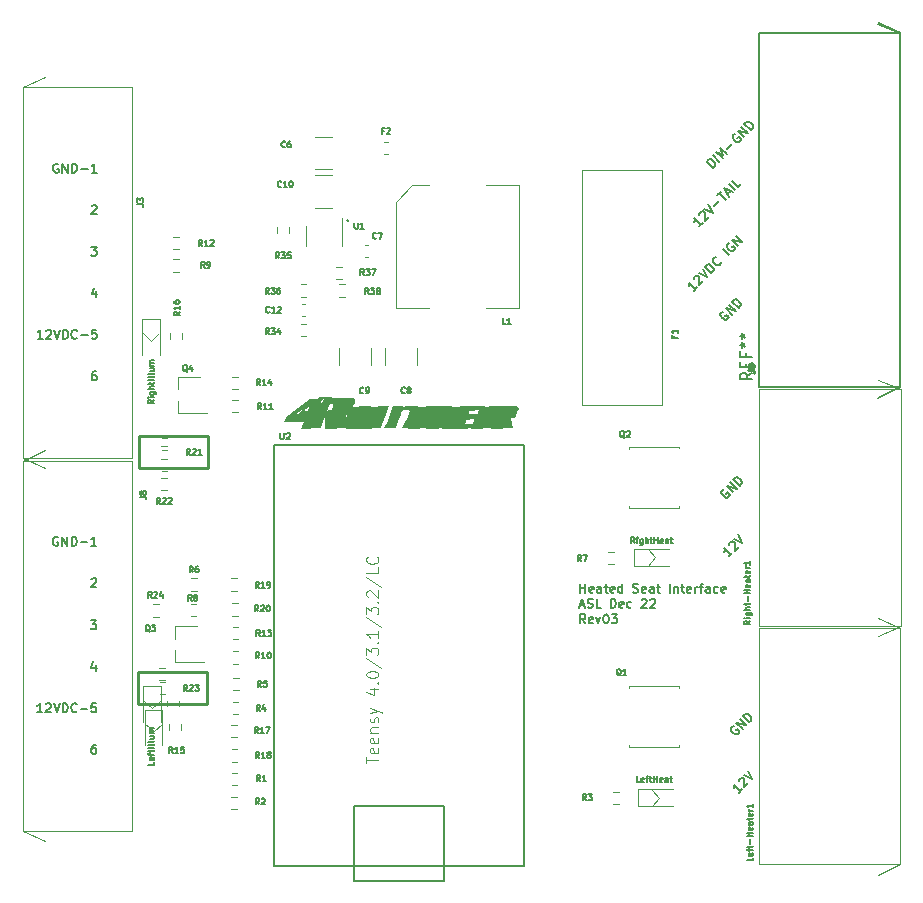
<source format=gbr>
%TF.GenerationSoftware,KiCad,Pcbnew,(5.1.9)-1*%
<<<<<<< HEAD:exports/Gerbers/4runner-Seat-Heat-PCB-Rev02/4runner-seat-heat-F_SilkS.gbr
%TF.CreationDate,2022-03-20T14:43:19-04:00*%
=======
%TF.CreationDate,2022-12-24T12:33:20-05:00*%
>>>>>>> better-backligh-control:exports/Gerbers/4runner-Seat-Heat-PCB-Rev03/4runner-seat-heat-F_SilkS.gbr
%TF.ProjectId,4runner-seat-heat,3472756e-6e65-4722-9d73-6561742d6865,rev?*%
%TF.SameCoordinates,Original*%
%TF.FileFunction,Legend,Top*%
%TF.FilePolarity,Positive*%
%FSLAX46Y46*%
G04 Gerber Fmt 4.6, Leading zero omitted, Abs format (unit mm)*
<<<<<<< HEAD:exports/Gerbers/4runner-Seat-Heat-PCB-Rev02/4runner-seat-heat-F_SilkS.gbr
G04 Created by KiCad (PCBNEW (5.1.9)-1) date 2022-03-20 14:43:19*
=======
G04 Created by KiCad (PCBNEW (5.1.9)-1) date 2022-12-24 12:33:20*
>>>>>>> better-backligh-control:exports/Gerbers/4runner-Seat-Heat-PCB-Rev03/4runner-seat-heat-F_SilkS.gbr
%MOMM*%
%LPD*%
G01*
G04 APERTURE LIST*
%ADD10C,0.254000*%
%ADD11C,0.127000*%
%ADD12C,0.100000*%
%ADD13C,0.190500*%
%ADD14C,0.152400*%
%ADD15C,0.120000*%
%ADD16C,0.150000*%
G04 APERTURE END LIST*
D10*
X15697200Y-31750000D02*
X9855200Y-31750000D01*
X9906000Y-29057600D02*
X15697200Y-29057600D01*
X9855200Y-31750000D02*
X9855200Y-29057600D01*
X15697200Y-29057600D02*
X15697200Y-31750000D01*
X15646400Y-49022000D02*
X15646400Y-51714400D01*
X9804400Y-51714400D02*
X9804400Y-49022000D01*
X15646400Y-51714400D02*
X9804400Y-51714400D01*
X9855200Y-49022000D02*
X15646400Y-49022000D01*
D11*
X52240476Y-58329809D02*
X51998571Y-58329809D01*
X51998571Y-57821809D01*
X52603333Y-58305619D02*
X52554952Y-58329809D01*
X52458190Y-58329809D01*
X52409809Y-58305619D01*
X52385619Y-58257238D01*
X52385619Y-58063714D01*
X52409809Y-58015333D01*
X52458190Y-57991142D01*
X52554952Y-57991142D01*
X52603333Y-58015333D01*
X52627523Y-58063714D01*
X52627523Y-58112095D01*
X52385619Y-58160476D01*
X52772666Y-57991142D02*
X52966190Y-57991142D01*
X52845238Y-58329809D02*
X52845238Y-57894380D01*
X52869428Y-57846000D01*
X52917809Y-57821809D01*
X52966190Y-57821809D01*
X53062952Y-57991142D02*
X53256476Y-57991142D01*
X53135523Y-57821809D02*
X53135523Y-58257238D01*
X53159714Y-58305619D01*
X53208095Y-58329809D01*
X53256476Y-58329809D01*
X53425809Y-58329809D02*
X53425809Y-57821809D01*
X53425809Y-58063714D02*
X53716095Y-58063714D01*
X53716095Y-58329809D02*
X53716095Y-57821809D01*
X54151523Y-58305619D02*
X54103142Y-58329809D01*
X54006380Y-58329809D01*
X53958000Y-58305619D01*
X53933809Y-58257238D01*
X53933809Y-58063714D01*
X53958000Y-58015333D01*
X54006380Y-57991142D01*
X54103142Y-57991142D01*
X54151523Y-58015333D01*
X54175714Y-58063714D01*
X54175714Y-58112095D01*
X53933809Y-58160476D01*
X54611142Y-58329809D02*
X54611142Y-58063714D01*
X54586952Y-58015333D01*
X54538571Y-57991142D01*
X54441809Y-57991142D01*
X54393428Y-58015333D01*
X54611142Y-58305619D02*
X54562761Y-58329809D01*
X54441809Y-58329809D01*
X54393428Y-58305619D01*
X54369238Y-58257238D01*
X54369238Y-58208857D01*
X54393428Y-58160476D01*
X54441809Y-58136285D01*
X54562761Y-58136285D01*
X54611142Y-58112095D01*
X54780476Y-57991142D02*
X54974000Y-57991142D01*
X54853047Y-57821809D02*
X54853047Y-58257238D01*
X54877238Y-58305619D01*
X54925619Y-58329809D01*
X54974000Y-58329809D01*
X51822761Y-38129809D02*
X51653428Y-37887904D01*
X51532476Y-38129809D02*
X51532476Y-37621809D01*
X51726000Y-37621809D01*
X51774380Y-37646000D01*
X51798571Y-37670190D01*
X51822761Y-37718571D01*
X51822761Y-37791142D01*
X51798571Y-37839523D01*
X51774380Y-37863714D01*
X51726000Y-37887904D01*
X51532476Y-37887904D01*
X52040476Y-38129809D02*
X52040476Y-37791142D01*
X52040476Y-37621809D02*
X52016285Y-37646000D01*
X52040476Y-37670190D01*
X52064666Y-37646000D01*
X52040476Y-37621809D01*
X52040476Y-37670190D01*
X52500095Y-37791142D02*
X52500095Y-38202380D01*
X52475904Y-38250761D01*
X52451714Y-38274952D01*
X52403333Y-38299142D01*
X52330761Y-38299142D01*
X52282380Y-38274952D01*
X52500095Y-38105619D02*
X52451714Y-38129809D01*
X52354952Y-38129809D01*
X52306571Y-38105619D01*
X52282380Y-38081428D01*
X52258190Y-38033047D01*
X52258190Y-37887904D01*
X52282380Y-37839523D01*
X52306571Y-37815333D01*
X52354952Y-37791142D01*
X52451714Y-37791142D01*
X52500095Y-37815333D01*
X52742000Y-38129809D02*
X52742000Y-37621809D01*
X52959714Y-38129809D02*
X52959714Y-37863714D01*
X52935523Y-37815333D01*
X52887142Y-37791142D01*
X52814571Y-37791142D01*
X52766190Y-37815333D01*
X52742000Y-37839523D01*
X53129047Y-37791142D02*
X53322571Y-37791142D01*
X53201619Y-37621809D02*
X53201619Y-38057238D01*
X53225809Y-38105619D01*
X53274190Y-38129809D01*
X53322571Y-38129809D01*
X53491904Y-38129809D02*
X53491904Y-37621809D01*
X53491904Y-37863714D02*
X53782190Y-37863714D01*
X53782190Y-38129809D02*
X53782190Y-37621809D01*
X54217619Y-38105619D02*
X54169238Y-38129809D01*
X54072476Y-38129809D01*
X54024095Y-38105619D01*
X53999904Y-38057238D01*
X53999904Y-37863714D01*
X54024095Y-37815333D01*
X54072476Y-37791142D01*
X54169238Y-37791142D01*
X54217619Y-37815333D01*
X54241809Y-37863714D01*
X54241809Y-37912095D01*
X53999904Y-37960476D01*
X54677238Y-38129809D02*
X54677238Y-37863714D01*
X54653047Y-37815333D01*
X54604666Y-37791142D01*
X54507904Y-37791142D01*
X54459523Y-37815333D01*
X54677238Y-38105619D02*
X54628857Y-38129809D01*
X54507904Y-38129809D01*
X54459523Y-38105619D01*
X54435333Y-38057238D01*
X54435333Y-38008857D01*
X54459523Y-37960476D01*
X54507904Y-37936285D01*
X54628857Y-37936285D01*
X54677238Y-37912095D01*
X54846571Y-37791142D02*
X55040095Y-37791142D01*
X54919142Y-37621809D02*
X54919142Y-38057238D01*
X54943333Y-38105619D01*
X54991714Y-38129809D01*
X55040095Y-38129809D01*
X11129809Y-56606285D02*
X11129809Y-56848190D01*
X10621809Y-56848190D01*
X11105619Y-56243428D02*
X11129809Y-56291809D01*
X11129809Y-56388571D01*
X11105619Y-56436952D01*
X11057238Y-56461142D01*
X10863714Y-56461142D01*
X10815333Y-56436952D01*
X10791142Y-56388571D01*
X10791142Y-56291809D01*
X10815333Y-56243428D01*
X10863714Y-56219238D01*
X10912095Y-56219238D01*
X10960476Y-56461142D01*
X10791142Y-56074095D02*
X10791142Y-55880571D01*
X11129809Y-56001523D02*
X10694380Y-56001523D01*
X10646000Y-55977333D01*
X10621809Y-55928952D01*
X10621809Y-55880571D01*
X10791142Y-55783809D02*
X10791142Y-55590285D01*
X10621809Y-55711238D02*
X11057238Y-55711238D01*
X11105619Y-55687047D01*
X11129809Y-55638666D01*
X11129809Y-55590285D01*
X11129809Y-55420952D02*
X10621809Y-55420952D01*
X11129809Y-55106476D02*
X11105619Y-55154857D01*
X11057238Y-55179047D01*
X10621809Y-55179047D01*
X11129809Y-54840380D02*
X11105619Y-54888761D01*
X11057238Y-54912952D01*
X10621809Y-54912952D01*
X10791142Y-54429142D02*
X11129809Y-54429142D01*
X10791142Y-54646857D02*
X11057238Y-54646857D01*
X11105619Y-54622666D01*
X11129809Y-54574285D01*
X11129809Y-54501714D01*
X11105619Y-54453333D01*
X11081428Y-54429142D01*
X11129809Y-54187238D02*
X10791142Y-54187238D01*
X10839523Y-54187238D02*
X10815333Y-54163047D01*
X10791142Y-54114666D01*
X10791142Y-54042095D01*
X10815333Y-53993714D01*
X10863714Y-53969523D01*
X11129809Y-53969523D01*
X10863714Y-53969523D02*
X10815333Y-53945333D01*
X10791142Y-53896952D01*
X10791142Y-53824380D01*
X10815333Y-53776000D01*
X10863714Y-53751809D01*
X11129809Y-53751809D01*
X11129809Y-25974000D02*
X10887904Y-26143333D01*
X11129809Y-26264285D02*
X10621809Y-26264285D01*
X10621809Y-26070761D01*
X10646000Y-26022380D01*
X10670190Y-25998190D01*
X10718571Y-25974000D01*
X10791142Y-25974000D01*
X10839523Y-25998190D01*
X10863714Y-26022380D01*
X10887904Y-26070761D01*
X10887904Y-26264285D01*
X11129809Y-25756285D02*
X10791142Y-25756285D01*
X10621809Y-25756285D02*
X10646000Y-25780476D01*
X10670190Y-25756285D01*
X10646000Y-25732095D01*
X10621809Y-25756285D01*
X10670190Y-25756285D01*
X10791142Y-25296666D02*
X11202380Y-25296666D01*
X11250761Y-25320857D01*
X11274952Y-25345047D01*
X11299142Y-25393428D01*
X11299142Y-25466000D01*
X11274952Y-25514380D01*
X11105619Y-25296666D02*
X11129809Y-25345047D01*
X11129809Y-25441809D01*
X11105619Y-25490190D01*
X11081428Y-25514380D01*
X11033047Y-25538571D01*
X10887904Y-25538571D01*
X10839523Y-25514380D01*
X10815333Y-25490190D01*
X10791142Y-25441809D01*
X10791142Y-25345047D01*
X10815333Y-25296666D01*
X11129809Y-25054761D02*
X10621809Y-25054761D01*
X11129809Y-24837047D02*
X10863714Y-24837047D01*
X10815333Y-24861238D01*
X10791142Y-24909619D01*
X10791142Y-24982190D01*
X10815333Y-25030571D01*
X10839523Y-25054761D01*
X10791142Y-24667714D02*
X10791142Y-24474190D01*
X10621809Y-24595142D02*
X11057238Y-24595142D01*
X11105619Y-24570952D01*
X11129809Y-24522571D01*
X11129809Y-24474190D01*
X11129809Y-24304857D02*
X10621809Y-24304857D01*
X11129809Y-23990380D02*
X11105619Y-24038761D01*
X11057238Y-24062952D01*
X10621809Y-24062952D01*
X11129809Y-23724285D02*
X11105619Y-23772666D01*
X11057238Y-23796857D01*
X10621809Y-23796857D01*
X10791142Y-23313047D02*
X11129809Y-23313047D01*
X10791142Y-23530761D02*
X11057238Y-23530761D01*
X11105619Y-23506571D01*
X11129809Y-23458190D01*
X11129809Y-23385619D01*
X11105619Y-23337238D01*
X11081428Y-23313047D01*
X11129809Y-23071142D02*
X10791142Y-23071142D01*
X10839523Y-23071142D02*
X10815333Y-23046952D01*
X10791142Y-22998571D01*
X10791142Y-22926000D01*
X10815333Y-22877619D01*
X10863714Y-22853428D01*
X11129809Y-22853428D01*
X10863714Y-22853428D02*
X10815333Y-22829238D01*
X10791142Y-22780857D01*
X10791142Y-22708285D01*
X10815333Y-22659904D01*
X10863714Y-22635714D01*
X11129809Y-22635714D01*
D12*
X29102380Y-56759523D02*
X29102380Y-56188095D01*
X30102380Y-56473809D02*
X29102380Y-56473809D01*
X30054761Y-55473809D02*
X30102380Y-55569047D01*
X30102380Y-55759523D01*
X30054761Y-55854761D01*
X29959523Y-55902380D01*
X29578571Y-55902380D01*
X29483333Y-55854761D01*
X29435714Y-55759523D01*
X29435714Y-55569047D01*
X29483333Y-55473809D01*
X29578571Y-55426190D01*
X29673809Y-55426190D01*
X29769047Y-55902380D01*
X30054761Y-54616666D02*
X30102380Y-54711904D01*
X30102380Y-54902380D01*
X30054761Y-54997619D01*
X29959523Y-55045238D01*
X29578571Y-55045238D01*
X29483333Y-54997619D01*
X29435714Y-54902380D01*
X29435714Y-54711904D01*
X29483333Y-54616666D01*
X29578571Y-54569047D01*
X29673809Y-54569047D01*
X29769047Y-55045238D01*
X29435714Y-54140476D02*
X30102380Y-54140476D01*
X29530952Y-54140476D02*
X29483333Y-54092857D01*
X29435714Y-53997619D01*
X29435714Y-53854761D01*
X29483333Y-53759523D01*
X29578571Y-53711904D01*
X30102380Y-53711904D01*
X30054761Y-53283333D02*
X30102380Y-53188095D01*
X30102380Y-52997619D01*
X30054761Y-52902380D01*
X29959523Y-52854761D01*
X29911904Y-52854761D01*
X29816666Y-52902380D01*
X29769047Y-52997619D01*
X29769047Y-53140476D01*
X29721428Y-53235714D01*
X29626190Y-53283333D01*
X29578571Y-53283333D01*
X29483333Y-53235714D01*
X29435714Y-53140476D01*
X29435714Y-52997619D01*
X29483333Y-52902380D01*
X29435714Y-52521428D02*
X30102380Y-52283333D01*
X29435714Y-52045238D02*
X30102380Y-52283333D01*
X30340476Y-52378571D01*
X30388095Y-52426190D01*
X30435714Y-52521428D01*
X29435714Y-50473809D02*
X30102380Y-50473809D01*
X29054761Y-50711904D02*
X29769047Y-50950000D01*
X29769047Y-50330952D01*
X30007142Y-49950000D02*
X30054761Y-49902380D01*
X30102380Y-49950000D01*
X30054761Y-49997619D01*
X30007142Y-49950000D01*
X30102380Y-49950000D01*
X29102380Y-49283333D02*
X29102380Y-49188095D01*
X29150000Y-49092857D01*
X29197619Y-49045238D01*
X29292857Y-48997619D01*
X29483333Y-48950000D01*
X29721428Y-48950000D01*
X29911904Y-48997619D01*
X30007142Y-49045238D01*
X30054761Y-49092857D01*
X30102380Y-49188095D01*
X30102380Y-49283333D01*
X30054761Y-49378571D01*
X30007142Y-49426190D01*
X29911904Y-49473809D01*
X29721428Y-49521428D01*
X29483333Y-49521428D01*
X29292857Y-49473809D01*
X29197619Y-49426190D01*
X29150000Y-49378571D01*
X29102380Y-49283333D01*
X29054761Y-47807142D02*
X30340476Y-48664285D01*
X29102380Y-47569047D02*
X29102380Y-46950000D01*
X29483333Y-47283333D01*
X29483333Y-47140476D01*
X29530952Y-47045238D01*
X29578571Y-46997619D01*
X29673809Y-46950000D01*
X29911904Y-46950000D01*
X30007142Y-46997619D01*
X30054761Y-47045238D01*
X30102380Y-47140476D01*
X30102380Y-47426190D01*
X30054761Y-47521428D01*
X30007142Y-47569047D01*
X30007142Y-46521428D02*
X30054761Y-46473809D01*
X30102380Y-46521428D01*
X30054761Y-46569047D01*
X30007142Y-46521428D01*
X30102380Y-46521428D01*
X30102380Y-45521428D02*
X30102380Y-46092857D01*
X30102380Y-45807142D02*
X29102380Y-45807142D01*
X29245238Y-45902380D01*
X29340476Y-45997619D01*
X29388095Y-46092857D01*
X29054761Y-44378571D02*
X30340476Y-45235714D01*
X29102380Y-44140476D02*
X29102380Y-43521428D01*
X29483333Y-43854761D01*
X29483333Y-43711904D01*
X29530952Y-43616666D01*
X29578571Y-43569047D01*
X29673809Y-43521428D01*
X29911904Y-43521428D01*
X30007142Y-43569047D01*
X30054761Y-43616666D01*
X30102380Y-43711904D01*
X30102380Y-43997619D01*
X30054761Y-44092857D01*
X30007142Y-44140476D01*
X30007142Y-43092857D02*
X30054761Y-43045238D01*
X30102380Y-43092857D01*
X30054761Y-43140476D01*
X30007142Y-43092857D01*
X30102380Y-43092857D01*
X29197619Y-42664285D02*
X29150000Y-42616666D01*
X29102380Y-42521428D01*
X29102380Y-42283333D01*
X29150000Y-42188095D01*
X29197619Y-42140476D01*
X29292857Y-42092857D01*
X29388095Y-42092857D01*
X29530952Y-42140476D01*
X30102380Y-42711904D01*
X30102380Y-42092857D01*
X29054761Y-40950000D02*
X30340476Y-41807142D01*
X30102380Y-40140476D02*
X30102380Y-40616666D01*
X29102380Y-40616666D01*
X30007142Y-39235714D02*
X30054761Y-39283333D01*
X30102380Y-39426190D01*
X30102380Y-39521428D01*
X30054761Y-39664285D01*
X29959523Y-39759523D01*
X29864285Y-39807142D01*
X29673809Y-39854761D01*
X29530952Y-39854761D01*
X29340476Y-39807142D01*
X29245238Y-39759523D01*
X29150000Y-39664285D01*
X29102380Y-39521428D01*
X29102380Y-39426190D01*
X29150000Y-39283333D01*
X29197619Y-39235714D01*
D13*
X58455843Y-6331756D02*
X57917027Y-5792940D01*
X58045317Y-5664651D01*
X58147948Y-5613335D01*
X58250580Y-5613335D01*
X58327553Y-5638993D01*
X58455843Y-5715967D01*
X58532816Y-5792940D01*
X58609790Y-5921230D01*
X58635448Y-5998203D01*
X58635448Y-6100835D01*
X58584132Y-6203466D01*
X58455843Y-6331756D01*
X58994658Y-5792940D02*
X58455843Y-5254125D01*
X59251237Y-5536362D02*
X58712422Y-4997546D01*
X59276895Y-5202809D01*
X59071632Y-4638336D01*
X59610447Y-5177151D01*
X59661763Y-4715310D02*
X60072289Y-4304784D01*
X60303210Y-3458074D02*
X60226236Y-3483732D01*
X60149262Y-3560705D01*
X60097947Y-3663337D01*
X60097947Y-3765968D01*
X60123605Y-3842942D01*
X60200578Y-3971231D01*
X60277552Y-4048205D01*
X60405841Y-4125179D01*
X60482815Y-4150837D01*
X60585446Y-4150837D01*
X60688078Y-4099521D01*
X60739394Y-4048205D01*
X60790709Y-3945574D01*
X60790709Y-3894258D01*
X60611104Y-3714653D01*
X60508473Y-3817284D01*
X61072946Y-3714653D02*
X60534131Y-3175837D01*
X61380840Y-3406758D01*
X60842025Y-2867943D01*
X61637419Y-3150179D02*
X61098604Y-2611364D01*
X61226893Y-2483075D01*
X61329525Y-2431759D01*
X61432156Y-2431759D01*
X61509130Y-2457417D01*
X61637419Y-2534390D01*
X61714393Y-2611364D01*
X61791366Y-2739653D01*
X61817024Y-2816627D01*
X61817024Y-2919259D01*
X61765709Y-3021890D01*
X61637419Y-3150179D01*
D14*
X47206988Y-42292814D02*
X47206988Y-41530814D01*
X47206988Y-41893671D02*
X47642417Y-41893671D01*
X47642417Y-42292814D02*
X47642417Y-41530814D01*
X48295560Y-42256528D02*
X48222988Y-42292814D01*
X48077845Y-42292814D01*
X48005274Y-42256528D01*
X47968988Y-42183957D01*
X47968988Y-41893671D01*
X48005274Y-41821100D01*
X48077845Y-41784814D01*
X48222988Y-41784814D01*
X48295560Y-41821100D01*
X48331845Y-41893671D01*
X48331845Y-41966242D01*
X47968988Y-42038814D01*
X48984988Y-42292814D02*
X48984988Y-41893671D01*
X48948702Y-41821100D01*
X48876131Y-41784814D01*
X48730988Y-41784814D01*
X48658417Y-41821100D01*
X48984988Y-42256528D02*
X48912417Y-42292814D01*
X48730988Y-42292814D01*
X48658417Y-42256528D01*
X48622131Y-42183957D01*
X48622131Y-42111385D01*
X48658417Y-42038814D01*
X48730988Y-42002528D01*
X48912417Y-42002528D01*
X48984988Y-41966242D01*
X49238988Y-41784814D02*
X49529274Y-41784814D01*
X49347845Y-41530814D02*
X49347845Y-42183957D01*
X49384131Y-42256528D01*
X49456702Y-42292814D01*
X49529274Y-42292814D01*
X50073560Y-42256528D02*
X50000988Y-42292814D01*
X49855845Y-42292814D01*
X49783274Y-42256528D01*
X49746988Y-42183957D01*
X49746988Y-41893671D01*
X49783274Y-41821100D01*
X49855845Y-41784814D01*
X50000988Y-41784814D01*
X50073560Y-41821100D01*
X50109845Y-41893671D01*
X50109845Y-41966242D01*
X49746988Y-42038814D01*
X50762988Y-42292814D02*
X50762988Y-41530814D01*
X50762988Y-42256528D02*
X50690417Y-42292814D01*
X50545274Y-42292814D01*
X50472702Y-42256528D01*
X50436417Y-42220242D01*
X50400131Y-42147671D01*
X50400131Y-41929957D01*
X50436417Y-41857385D01*
X50472702Y-41821100D01*
X50545274Y-41784814D01*
X50690417Y-41784814D01*
X50762988Y-41821100D01*
X51670131Y-42256528D02*
X51778988Y-42292814D01*
X51960417Y-42292814D01*
X52032988Y-42256528D01*
X52069274Y-42220242D01*
X52105560Y-42147671D01*
X52105560Y-42075100D01*
X52069274Y-42002528D01*
X52032988Y-41966242D01*
X51960417Y-41929957D01*
X51815274Y-41893671D01*
X51742702Y-41857385D01*
X51706417Y-41821100D01*
X51670131Y-41748528D01*
X51670131Y-41675957D01*
X51706417Y-41603385D01*
X51742702Y-41567100D01*
X51815274Y-41530814D01*
X51996702Y-41530814D01*
X52105560Y-41567100D01*
X52722417Y-42256528D02*
X52649845Y-42292814D01*
X52504702Y-42292814D01*
X52432131Y-42256528D01*
X52395845Y-42183957D01*
X52395845Y-41893671D01*
X52432131Y-41821100D01*
X52504702Y-41784814D01*
X52649845Y-41784814D01*
X52722417Y-41821100D01*
X52758702Y-41893671D01*
X52758702Y-41966242D01*
X52395845Y-42038814D01*
X53411845Y-42292814D02*
X53411845Y-41893671D01*
X53375560Y-41821100D01*
X53302988Y-41784814D01*
X53157845Y-41784814D01*
X53085274Y-41821100D01*
X53411845Y-42256528D02*
X53339274Y-42292814D01*
X53157845Y-42292814D01*
X53085274Y-42256528D01*
X53048988Y-42183957D01*
X53048988Y-42111385D01*
X53085274Y-42038814D01*
X53157845Y-42002528D01*
X53339274Y-42002528D01*
X53411845Y-41966242D01*
X53665845Y-41784814D02*
X53956131Y-41784814D01*
X53774702Y-41530814D02*
X53774702Y-42183957D01*
X53810988Y-42256528D01*
X53883560Y-42292814D01*
X53956131Y-42292814D01*
X54790702Y-42292814D02*
X54790702Y-41530814D01*
X55153560Y-41784814D02*
X55153560Y-42292814D01*
X55153560Y-41857385D02*
X55189845Y-41821100D01*
X55262417Y-41784814D01*
X55371274Y-41784814D01*
X55443845Y-41821100D01*
X55480131Y-41893671D01*
X55480131Y-42292814D01*
X55734131Y-41784814D02*
X56024417Y-41784814D01*
X55842988Y-41530814D02*
X55842988Y-42183957D01*
X55879274Y-42256528D01*
X55951845Y-42292814D01*
X56024417Y-42292814D01*
X56568702Y-42256528D02*
X56496131Y-42292814D01*
X56350988Y-42292814D01*
X56278417Y-42256528D01*
X56242131Y-42183957D01*
X56242131Y-41893671D01*
X56278417Y-41821100D01*
X56350988Y-41784814D01*
X56496131Y-41784814D01*
X56568702Y-41821100D01*
X56604988Y-41893671D01*
X56604988Y-41966242D01*
X56242131Y-42038814D01*
X56931560Y-42292814D02*
X56931560Y-41784814D01*
X56931560Y-41929957D02*
X56967845Y-41857385D01*
X57004131Y-41821100D01*
X57076702Y-41784814D01*
X57149274Y-41784814D01*
X57294417Y-41784814D02*
X57584702Y-41784814D01*
X57403274Y-42292814D02*
X57403274Y-41639671D01*
X57439560Y-41567100D01*
X57512131Y-41530814D01*
X57584702Y-41530814D01*
X58165274Y-42292814D02*
X58165274Y-41893671D01*
X58128988Y-41821100D01*
X58056417Y-41784814D01*
X57911274Y-41784814D01*
X57838702Y-41821100D01*
X58165274Y-42256528D02*
X58092702Y-42292814D01*
X57911274Y-42292814D01*
X57838702Y-42256528D01*
X57802417Y-42183957D01*
X57802417Y-42111385D01*
X57838702Y-42038814D01*
X57911274Y-42002528D01*
X58092702Y-42002528D01*
X58165274Y-41966242D01*
X58854702Y-42256528D02*
X58782131Y-42292814D01*
X58636988Y-42292814D01*
X58564417Y-42256528D01*
X58528131Y-42220242D01*
X58491845Y-42147671D01*
X58491845Y-41929957D01*
X58528131Y-41857385D01*
X58564417Y-41821100D01*
X58636988Y-41784814D01*
X58782131Y-41784814D01*
X58854702Y-41821100D01*
X59471560Y-42256528D02*
X59398988Y-42292814D01*
X59253845Y-42292814D01*
X59181274Y-42256528D01*
X59144988Y-42183957D01*
X59144988Y-41893671D01*
X59181274Y-41821100D01*
X59253845Y-41784814D01*
X59398988Y-41784814D01*
X59471560Y-41821100D01*
X59507845Y-41893671D01*
X59507845Y-41966242D01*
X59144988Y-42038814D01*
X47170702Y-43370500D02*
X47533560Y-43370500D01*
X47098131Y-43588214D02*
X47352131Y-42826214D01*
X47606131Y-43588214D01*
X47823845Y-43551928D02*
X47932702Y-43588214D01*
X48114131Y-43588214D01*
X48186702Y-43551928D01*
X48222988Y-43515642D01*
X48259274Y-43443071D01*
X48259274Y-43370500D01*
X48222988Y-43297928D01*
X48186702Y-43261642D01*
X48114131Y-43225357D01*
X47968988Y-43189071D01*
X47896417Y-43152785D01*
X47860131Y-43116500D01*
X47823845Y-43043928D01*
X47823845Y-42971357D01*
X47860131Y-42898785D01*
X47896417Y-42862500D01*
X47968988Y-42826214D01*
X48150417Y-42826214D01*
X48259274Y-42862500D01*
X48948702Y-43588214D02*
X48585845Y-43588214D01*
X48585845Y-42826214D01*
X49783274Y-43588214D02*
X49783274Y-42826214D01*
X49964702Y-42826214D01*
X50073560Y-42862500D01*
X50146131Y-42935071D01*
X50182417Y-43007642D01*
X50218702Y-43152785D01*
X50218702Y-43261642D01*
X50182417Y-43406785D01*
X50146131Y-43479357D01*
X50073560Y-43551928D01*
X49964702Y-43588214D01*
X49783274Y-43588214D01*
X50835560Y-43551928D02*
X50762988Y-43588214D01*
X50617845Y-43588214D01*
X50545274Y-43551928D01*
X50508988Y-43479357D01*
X50508988Y-43189071D01*
X50545274Y-43116500D01*
X50617845Y-43080214D01*
X50762988Y-43080214D01*
X50835560Y-43116500D01*
X50871845Y-43189071D01*
X50871845Y-43261642D01*
X50508988Y-43334214D01*
X51524988Y-43551928D02*
X51452417Y-43588214D01*
X51307274Y-43588214D01*
X51234702Y-43551928D01*
X51198417Y-43515642D01*
X51162131Y-43443071D01*
X51162131Y-43225357D01*
X51198417Y-43152785D01*
X51234702Y-43116500D01*
X51307274Y-43080214D01*
X51452417Y-43080214D01*
X51524988Y-43116500D01*
X52395845Y-42898785D02*
X52432131Y-42862500D01*
X52504702Y-42826214D01*
X52686131Y-42826214D01*
X52758702Y-42862500D01*
X52794988Y-42898785D01*
X52831274Y-42971357D01*
X52831274Y-43043928D01*
X52794988Y-43152785D01*
X52359560Y-43588214D01*
X52831274Y-43588214D01*
X53121560Y-42898785D02*
X53157845Y-42862500D01*
X53230417Y-42826214D01*
X53411845Y-42826214D01*
X53484417Y-42862500D01*
X53520702Y-42898785D01*
X53556988Y-42971357D01*
X53556988Y-43043928D01*
X53520702Y-43152785D01*
X53085274Y-43588214D01*
X53556988Y-43588214D01*
X47642417Y-44883614D02*
X47388417Y-44520757D01*
X47206988Y-44883614D02*
X47206988Y-44121614D01*
X47497274Y-44121614D01*
X47569845Y-44157900D01*
X47606131Y-44194185D01*
X47642417Y-44266757D01*
X47642417Y-44375614D01*
X47606131Y-44448185D01*
X47569845Y-44484471D01*
X47497274Y-44520757D01*
X47206988Y-44520757D01*
X48259274Y-44847328D02*
X48186702Y-44883614D01*
X48041560Y-44883614D01*
X47968988Y-44847328D01*
X47932702Y-44774757D01*
X47932702Y-44484471D01*
X47968988Y-44411900D01*
X48041560Y-44375614D01*
X48186702Y-44375614D01*
X48259274Y-44411900D01*
X48295560Y-44484471D01*
X48295560Y-44557042D01*
X47932702Y-44629614D01*
X48549560Y-44375614D02*
X48730988Y-44883614D01*
X48912417Y-44375614D01*
X49347845Y-44121614D02*
X49420417Y-44121614D01*
X49492988Y-44157900D01*
X49529274Y-44194185D01*
X49565560Y-44266757D01*
X49601845Y-44411900D01*
X49601845Y-44593328D01*
X49565560Y-44738471D01*
X49529274Y-44811042D01*
X49492988Y-44847328D01*
X49420417Y-44883614D01*
X49347845Y-44883614D01*
X49275274Y-44847328D01*
X49238988Y-44811042D01*
X49202702Y-44738471D01*
X49166417Y-44593328D01*
X49166417Y-44411900D01*
X49202702Y-44266757D01*
X49238988Y-44194185D01*
X49275274Y-44157900D01*
X49347845Y-44121614D01*
X49855845Y-44121614D02*
X50327560Y-44121614D01*
X50073560Y-44411900D01*
X50182417Y-44411900D01*
X50254988Y-44448185D01*
X50291274Y-44484471D01*
X50327560Y-44557042D01*
X50327560Y-44738471D01*
X50291274Y-44811042D01*
X50254988Y-44847328D01*
X50182417Y-44883614D01*
X49964702Y-44883614D01*
X49892131Y-44847328D01*
X49855845Y-44811042D01*
D13*
X5809343Y-41169425D02*
X5845629Y-41133140D01*
X5918200Y-41096854D01*
X6099629Y-41096854D01*
X6172200Y-41133140D01*
X6208486Y-41169425D01*
X6244772Y-41241997D01*
X6244772Y-41314568D01*
X6208486Y-41423425D01*
X5773058Y-41858854D01*
X6244772Y-41858854D01*
X6172200Y-48391734D02*
X6172200Y-48899734D01*
X5990772Y-48101448D02*
X5809343Y-48645734D01*
X6281058Y-48645734D01*
X5773058Y-44617294D02*
X6244772Y-44617294D01*
X5990772Y-44907580D01*
X6099629Y-44907580D01*
X6172200Y-44943865D01*
X6208486Y-44980151D01*
X6244772Y-45052722D01*
X6244772Y-45234151D01*
X6208486Y-45306722D01*
X6172200Y-45343008D01*
X6099629Y-45379294D01*
X5881915Y-45379294D01*
X5809343Y-45343008D01*
X5773058Y-45306722D01*
X1672772Y-52420174D02*
X1237343Y-52420174D01*
X1455058Y-52420174D02*
X1455058Y-51658174D01*
X1382486Y-51767031D01*
X1309915Y-51839602D01*
X1237343Y-51875888D01*
X1963058Y-51730745D02*
X1999343Y-51694460D01*
X2071915Y-51658174D01*
X2253343Y-51658174D01*
X2325915Y-51694460D01*
X2362200Y-51730745D01*
X2398486Y-51803317D01*
X2398486Y-51875888D01*
X2362200Y-51984745D01*
X1926772Y-52420174D01*
X2398486Y-52420174D01*
X2616200Y-51658174D02*
X2870200Y-52420174D01*
X3124200Y-51658174D01*
X3378200Y-52420174D02*
X3378200Y-51658174D01*
X3559629Y-51658174D01*
X3668486Y-51694460D01*
X3741058Y-51767031D01*
X3777343Y-51839602D01*
X3813629Y-51984745D01*
X3813629Y-52093602D01*
X3777343Y-52238745D01*
X3741058Y-52311317D01*
X3668486Y-52383888D01*
X3559629Y-52420174D01*
X3378200Y-52420174D01*
X4575629Y-52347602D02*
X4539343Y-52383888D01*
X4430486Y-52420174D01*
X4357915Y-52420174D01*
X4249058Y-52383888D01*
X4176486Y-52311317D01*
X4140200Y-52238745D01*
X4103915Y-52093602D01*
X4103915Y-51984745D01*
X4140200Y-51839602D01*
X4176486Y-51767031D01*
X4249058Y-51694460D01*
X4357915Y-51658174D01*
X4430486Y-51658174D01*
X4539343Y-51694460D01*
X4575629Y-51730745D01*
X4902200Y-52129888D02*
X5482772Y-52129888D01*
X6208486Y-51658174D02*
X5845629Y-51658174D01*
X5809343Y-52021031D01*
X5845629Y-51984745D01*
X5918200Y-51948460D01*
X6099629Y-51948460D01*
X6172200Y-51984745D01*
X6208486Y-52021031D01*
X6244772Y-52093602D01*
X6244772Y-52275031D01*
X6208486Y-52347602D01*
X6172200Y-52383888D01*
X6099629Y-52420174D01*
X5918200Y-52420174D01*
X5845629Y-52383888D01*
X5809343Y-52347602D01*
X6172200Y-55178614D02*
X6027058Y-55178614D01*
X5954486Y-55214900D01*
X5918200Y-55251185D01*
X5845629Y-55360042D01*
X5809343Y-55505185D01*
X5809343Y-55795471D01*
X5845629Y-55868042D01*
X5881915Y-55904328D01*
X5954486Y-55940614D01*
X6099629Y-55940614D01*
X6172200Y-55904328D01*
X6208486Y-55868042D01*
X6244772Y-55795471D01*
X6244772Y-55614042D01*
X6208486Y-55541471D01*
X6172200Y-55505185D01*
X6099629Y-55468900D01*
X5954486Y-55468900D01*
X5881915Y-55505185D01*
X5845629Y-55541471D01*
X5809343Y-55614042D01*
X2979057Y-37612700D02*
X2906485Y-37576414D01*
X2797628Y-37576414D01*
X2688771Y-37612700D01*
X2616200Y-37685271D01*
X2579914Y-37757842D01*
X2543628Y-37902985D01*
X2543628Y-38011842D01*
X2579914Y-38156985D01*
X2616200Y-38229557D01*
X2688771Y-38302128D01*
X2797628Y-38338414D01*
X2870200Y-38338414D01*
X2979057Y-38302128D01*
X3015342Y-38265842D01*
X3015342Y-38011842D01*
X2870200Y-38011842D01*
X3341914Y-38338414D02*
X3341914Y-37576414D01*
X3777342Y-38338414D01*
X3777342Y-37576414D01*
X4140200Y-38338414D02*
X4140200Y-37576414D01*
X4321628Y-37576414D01*
X4430485Y-37612700D01*
X4503057Y-37685271D01*
X4539342Y-37757842D01*
X4575628Y-37902985D01*
X4575628Y-38011842D01*
X4539342Y-38156985D01*
X4503057Y-38229557D01*
X4430485Y-38302128D01*
X4321628Y-38338414D01*
X4140200Y-38338414D01*
X4902200Y-38048128D02*
X5482771Y-38048128D01*
X6244771Y-38338414D02*
X5809342Y-38338414D01*
X6027057Y-38338414D02*
X6027057Y-37576414D01*
X5954485Y-37685271D01*
X5881914Y-37757842D01*
X5809342Y-37794128D01*
X6199200Y-23569914D02*
X6054058Y-23569914D01*
X5981486Y-23606200D01*
X5945200Y-23642485D01*
X5872629Y-23751342D01*
X5836343Y-23896485D01*
X5836343Y-24186771D01*
X5872629Y-24259342D01*
X5908915Y-24295628D01*
X5981486Y-24331914D01*
X6126629Y-24331914D01*
X6199200Y-24295628D01*
X6235486Y-24259342D01*
X6271772Y-24186771D01*
X6271772Y-24005342D01*
X6235486Y-23932771D01*
X6199200Y-23896485D01*
X6126629Y-23860200D01*
X5981486Y-23860200D01*
X5908915Y-23896485D01*
X5872629Y-23932771D01*
X5836343Y-24005342D01*
X1699772Y-20811474D02*
X1264343Y-20811474D01*
X1482058Y-20811474D02*
X1482058Y-20049474D01*
X1409486Y-20158331D01*
X1336915Y-20230902D01*
X1264343Y-20267188D01*
X1990058Y-20122045D02*
X2026343Y-20085760D01*
X2098915Y-20049474D01*
X2280343Y-20049474D01*
X2352915Y-20085760D01*
X2389200Y-20122045D01*
X2425486Y-20194617D01*
X2425486Y-20267188D01*
X2389200Y-20376045D01*
X1953772Y-20811474D01*
X2425486Y-20811474D01*
X2643200Y-20049474D02*
X2897200Y-20811474D01*
X3151200Y-20049474D01*
X3405200Y-20811474D02*
X3405200Y-20049474D01*
X3586629Y-20049474D01*
X3695486Y-20085760D01*
X3768058Y-20158331D01*
X3804343Y-20230902D01*
X3840629Y-20376045D01*
X3840629Y-20484902D01*
X3804343Y-20630045D01*
X3768058Y-20702617D01*
X3695486Y-20775188D01*
X3586629Y-20811474D01*
X3405200Y-20811474D01*
X4602629Y-20738902D02*
X4566343Y-20775188D01*
X4457486Y-20811474D01*
X4384915Y-20811474D01*
X4276058Y-20775188D01*
X4203486Y-20702617D01*
X4167200Y-20630045D01*
X4130915Y-20484902D01*
X4130915Y-20376045D01*
X4167200Y-20230902D01*
X4203486Y-20158331D01*
X4276058Y-20085760D01*
X4384915Y-20049474D01*
X4457486Y-20049474D01*
X4566343Y-20085760D01*
X4602629Y-20122045D01*
X4929200Y-20521188D02*
X5509772Y-20521188D01*
X6235486Y-20049474D02*
X5872629Y-20049474D01*
X5836343Y-20412331D01*
X5872629Y-20376045D01*
X5945200Y-20339760D01*
X6126629Y-20339760D01*
X6199200Y-20376045D01*
X6235486Y-20412331D01*
X6271772Y-20484902D01*
X6271772Y-20666331D01*
X6235486Y-20738902D01*
X6199200Y-20775188D01*
X6126629Y-20811474D01*
X5945200Y-20811474D01*
X5872629Y-20775188D01*
X5836343Y-20738902D01*
X6199200Y-16783034D02*
X6199200Y-17291034D01*
X6017772Y-16492748D02*
X5836343Y-17037034D01*
X6308058Y-17037034D01*
X5800058Y-13008594D02*
X6271772Y-13008594D01*
X6017772Y-13298880D01*
X6126629Y-13298880D01*
X6199200Y-13335165D01*
X6235486Y-13371451D01*
X6271772Y-13444022D01*
X6271772Y-13625451D01*
X6235486Y-13698022D01*
X6199200Y-13734308D01*
X6126629Y-13770594D01*
X5908915Y-13770594D01*
X5836343Y-13734308D01*
X5800058Y-13698022D01*
X5836343Y-9560725D02*
X5872629Y-9524440D01*
X5945200Y-9488154D01*
X6126629Y-9488154D01*
X6199200Y-9524440D01*
X6235486Y-9560725D01*
X6271772Y-9633297D01*
X6271772Y-9705868D01*
X6235486Y-9814725D01*
X5800058Y-10250154D01*
X6271772Y-10250154D01*
X3006057Y-6004000D02*
X2933485Y-5967714D01*
X2824628Y-5967714D01*
X2715771Y-6004000D01*
X2643200Y-6076571D01*
X2606914Y-6149142D01*
X2570628Y-6294285D01*
X2570628Y-6403142D01*
X2606914Y-6548285D01*
X2643200Y-6620857D01*
X2715771Y-6693428D01*
X2824628Y-6729714D01*
X2897200Y-6729714D01*
X3006057Y-6693428D01*
X3042342Y-6657142D01*
X3042342Y-6403142D01*
X2897200Y-6403142D01*
X3368914Y-6729714D02*
X3368914Y-5967714D01*
X3804342Y-6729714D01*
X3804342Y-5967714D01*
X4167200Y-6729714D02*
X4167200Y-5967714D01*
X4348628Y-5967714D01*
X4457485Y-6004000D01*
X4530057Y-6076571D01*
X4566342Y-6149142D01*
X4602628Y-6294285D01*
X4602628Y-6403142D01*
X4566342Y-6548285D01*
X4530057Y-6620857D01*
X4457485Y-6693428D01*
X4348628Y-6729714D01*
X4167200Y-6729714D01*
X4929200Y-6439428D02*
X5509771Y-6439428D01*
X6271771Y-6729714D02*
X5836342Y-6729714D01*
X6054057Y-6729714D02*
X6054057Y-5967714D01*
X5981485Y-6076571D01*
X5908914Y-6149142D01*
X5836342Y-6185428D01*
X60920997Y-58946502D02*
X60613102Y-59254396D01*
X60767050Y-59100449D02*
X60228234Y-58561634D01*
X60253892Y-58689923D01*
X60253892Y-58792554D01*
X60228234Y-58869528D01*
X60638760Y-58253739D02*
X60638760Y-58202423D01*
X60664418Y-58125450D01*
X60792708Y-57997160D01*
X60869681Y-57971502D01*
X60920997Y-57971502D01*
X60997971Y-57997160D01*
X61049286Y-58048476D01*
X61100602Y-58151108D01*
X61100602Y-58766897D01*
X61434154Y-58433344D01*
X61049286Y-57740582D02*
X61767707Y-58099792D01*
X61408497Y-57381371D01*
X60191166Y-53582718D02*
X60114192Y-53608376D01*
X60037219Y-53685349D01*
X59985903Y-53787981D01*
X59985903Y-53890612D01*
X60011561Y-53967586D01*
X60088534Y-54095875D01*
X60165508Y-54172849D01*
X60293797Y-54249823D01*
X60370771Y-54275480D01*
X60473402Y-54275480D01*
X60576034Y-54224165D01*
X60627350Y-54172849D01*
X60678665Y-54070217D01*
X60678665Y-54018902D01*
X60499060Y-53839297D01*
X60396429Y-53941928D01*
X60960902Y-53839297D02*
X60422087Y-53300481D01*
X61268797Y-53531402D01*
X60729981Y-52992587D01*
X61525375Y-53274823D02*
X60986560Y-52736008D01*
X61114849Y-52607719D01*
X61217481Y-52556403D01*
X61320112Y-52556403D01*
X61397086Y-52582061D01*
X61525375Y-52659034D01*
X61602349Y-52736008D01*
X61679323Y-52864297D01*
X61704980Y-52941271D01*
X61704980Y-53043902D01*
X61653665Y-53146534D01*
X61525375Y-53274823D01*
X59365666Y-33554818D02*
X59288692Y-33580476D01*
X59211719Y-33657449D01*
X59160403Y-33760081D01*
X59160403Y-33862712D01*
X59186061Y-33939686D01*
X59263034Y-34067975D01*
X59340008Y-34144949D01*
X59468297Y-34221923D01*
X59545271Y-34247580D01*
X59647902Y-34247580D01*
X59750534Y-34196265D01*
X59801850Y-34144949D01*
X59853165Y-34042317D01*
X59853165Y-33991002D01*
X59673560Y-33811397D01*
X59570929Y-33914028D01*
X60135402Y-33811397D02*
X59596587Y-33272581D01*
X60443297Y-33503502D01*
X59904481Y-32964687D01*
X60699875Y-33246923D02*
X60161060Y-32708108D01*
X60289349Y-32579819D01*
X60391981Y-32528503D01*
X60494612Y-32528503D01*
X60571586Y-32554161D01*
X60699875Y-32631134D01*
X60776849Y-32708108D01*
X60853823Y-32836397D01*
X60879480Y-32913371D01*
X60879480Y-33016002D01*
X60828165Y-33118634D01*
X60699875Y-33246923D01*
X60095497Y-38918602D02*
X59787602Y-39226496D01*
X59941550Y-39072549D02*
X59402734Y-38533734D01*
X59428392Y-38662023D01*
X59428392Y-38764654D01*
X59402734Y-38841628D01*
X59813260Y-38225839D02*
X59813260Y-38174523D01*
X59838918Y-38097550D01*
X59967208Y-37969260D01*
X60044181Y-37943602D01*
X60095497Y-37943602D01*
X60172471Y-37969260D01*
X60223786Y-38020576D01*
X60275102Y-38123208D01*
X60275102Y-38738997D01*
X60608654Y-38405444D01*
X60223786Y-37712682D02*
X60942207Y-38071892D01*
X60582997Y-37353471D01*
X57569679Y-10977119D02*
X57261785Y-11285014D01*
X57415732Y-11131066D02*
X56876917Y-10592251D01*
X56902575Y-10720540D01*
X56902575Y-10823172D01*
X56876917Y-10900146D01*
X57287443Y-10284357D02*
X57287443Y-10233041D01*
X57313101Y-10156067D01*
X57441390Y-10027778D01*
X57518364Y-10002120D01*
X57569679Y-10002120D01*
X57646653Y-10027778D01*
X57697969Y-10079094D01*
X57749285Y-10181725D01*
X57749285Y-10797514D01*
X58082837Y-10463962D01*
X57697969Y-9771199D02*
X58416389Y-10130409D01*
X58057179Y-9411989D01*
X58570337Y-9565936D02*
X58980862Y-9155410D01*
X58826915Y-8642253D02*
X59134810Y-8334358D01*
X59519678Y-9027121D02*
X58980862Y-8488305D01*
X59673625Y-8565279D02*
X59930204Y-8308700D01*
X59776257Y-8770542D02*
X59417046Y-8052122D01*
X60135467Y-8411332D01*
X60315072Y-8231727D02*
X59776257Y-7692911D01*
X60828229Y-7718569D02*
X60571651Y-7975148D01*
X60032835Y-7436333D01*
X59276766Y-18492618D02*
X59199792Y-18518276D01*
X59122819Y-18595249D01*
X59071503Y-18697881D01*
X59071503Y-18800512D01*
X59097161Y-18877486D01*
X59174134Y-19005775D01*
X59251108Y-19082749D01*
X59379397Y-19159723D01*
X59456371Y-19185380D01*
X59559002Y-19185380D01*
X59661634Y-19134065D01*
X59712950Y-19082749D01*
X59764265Y-18980117D01*
X59764265Y-18928802D01*
X59584660Y-18749197D01*
X59482029Y-18851828D01*
X60046502Y-18749197D02*
X59507687Y-18210381D01*
X60354397Y-18441302D01*
X59815581Y-17902487D01*
X60610975Y-18184723D02*
X60072160Y-17645908D01*
X60200449Y-17517619D01*
X60303081Y-17466303D01*
X60405712Y-17466303D01*
X60482686Y-17491961D01*
X60610975Y-17568934D01*
X60687949Y-17645908D01*
X60764923Y-17774197D01*
X60790580Y-17851171D01*
X60790580Y-17953802D01*
X60739265Y-18056434D01*
X60610975Y-18184723D01*
X57109385Y-16428514D02*
X56801490Y-16736408D01*
X56955438Y-16582461D02*
X56416622Y-16043646D01*
X56442280Y-16171935D01*
X56442280Y-16274566D01*
X56416622Y-16351540D01*
X56827148Y-15735751D02*
X56827148Y-15684435D01*
X56852806Y-15607462D01*
X56981096Y-15479172D01*
X57058069Y-15453514D01*
X57109385Y-15453514D01*
X57186359Y-15479172D01*
X57237674Y-15530488D01*
X57288990Y-15633120D01*
X57288990Y-16248909D01*
X57622542Y-15915356D01*
X57237674Y-15222594D02*
X57956095Y-15581804D01*
X57596885Y-14863383D01*
X58315305Y-15222594D02*
X57776490Y-14683778D01*
X57904779Y-14555489D01*
X58007411Y-14504173D01*
X58110042Y-14504173D01*
X58187016Y-14529831D01*
X58315305Y-14606805D01*
X58392279Y-14683778D01*
X58469252Y-14812068D01*
X58494910Y-14889041D01*
X58494910Y-14991673D01*
X58443594Y-15094304D01*
X58315305Y-15222594D01*
X59110699Y-14324568D02*
X59110699Y-14375884D01*
X59059383Y-14478515D01*
X59008068Y-14529831D01*
X58905436Y-14581147D01*
X58802805Y-14581147D01*
X58725831Y-14555489D01*
X58597542Y-14478515D01*
X58520568Y-14401542D01*
X58443594Y-14273252D01*
X58417937Y-14196279D01*
X58417937Y-14093647D01*
X58469252Y-13991016D01*
X58520568Y-13939700D01*
X58623200Y-13888384D01*
X58674515Y-13888384D01*
X59803462Y-13734437D02*
X59264646Y-13195622D01*
X59829120Y-12682464D02*
X59752146Y-12708122D01*
X59675172Y-12785096D01*
X59623857Y-12887727D01*
X59623857Y-12990359D01*
X59649514Y-13067332D01*
X59726488Y-13195622D01*
X59803462Y-13272595D01*
X59931751Y-13349569D01*
X60008725Y-13375227D01*
X60111356Y-13375227D01*
X60213988Y-13323911D01*
X60265303Y-13272595D01*
X60316619Y-13169964D01*
X60316619Y-13118648D01*
X60137014Y-12939043D01*
X60034383Y-13041674D01*
X60598856Y-12939043D02*
X60060040Y-12400227D01*
X60906750Y-12631148D01*
X60367935Y-12092333D01*
D15*
%TO.C,REF\u002A\u002A*%
X64312800Y-24822800D02*
X74312800Y-24822800D01*
X62312800Y5177200D02*
X63612800Y5177200D01*
X62312800Y-24822800D02*
X64312800Y-24822800D01*
X62311800Y-17312800D02*
X62311800Y-24822800D01*
X74312800Y-24822800D02*
X74312800Y5187200D01*
X62311800Y-17312800D02*
X62312800Y5177200D01*
X74312800Y5187200D02*
X72412800Y5987200D01*
X74312800Y-24812800D02*
X72412800Y-25712800D01*
X74312800Y5177200D02*
X63612800Y5177200D01*
D12*
%TO.C,4runnerGraphic*%
G36*
<<<<<<< HEAD:exports/Gerbers/4runner-Seat-Heat-PCB-Rev02/4runner-seat-heat-F_SilkS.gbr
X41025800Y-26625600D02*
G01*
X41118800Y-26680100D01*
X41166800Y-26759400D01*
X41168800Y-26865300D01*
X41150800Y-26930000D01*
X41064800Y-27166000D01*
X40966800Y-27398000D01*
X40921800Y-27487000D01*
X40764800Y-27602100D01*
X40666800Y-27619000D01*
X40586800Y-27632500D01*
X40497800Y-27651000D01*
X40701800Y-28448000D01*
X39656800Y-28448000D01*
X39526800Y-27658000D01*
X39503800Y-27645000D01*
X39343800Y-27632200D01*
X39211800Y-27712900D01*
X39155800Y-27862000D01*
X39055800Y-28142500D01*
X38955800Y-28443000D01*
X37955800Y-28443000D01*
X38150800Y-27993000D01*
X38333800Y-27530000D01*
X38442800Y-27304000D01*
X38598800Y-26828500D01*
X38621800Y-26705000D01*
X39612800Y-26888000D01*
X39552800Y-26906700D01*
X39512800Y-26956000D01*
X39442800Y-27130000D01*
X39367800Y-27330000D01*
X39849800Y-27330000D01*
X39992800Y-27315500D01*
X40073800Y-27257600D01*
X40133800Y-27127200D01*
X40169800Y-27021000D01*
X40186800Y-26954400D01*
X40139800Y-26892100D01*
X40077800Y-26888000D01*
X39645800Y-26888000D01*
X40993800Y-26617100D01*
X41025800Y-26625600D01*
G37*
G36*
X40841800Y-26586500D02*
G01*
X40959800Y-26608000D01*
X40993800Y-26617100D01*
X39645800Y-26888000D01*
X39612800Y-26888000D01*
X38621800Y-26705000D01*
X38644800Y-26582000D01*
X40722800Y-26582000D01*
X40841800Y-26586500D01*
G37*
G36*
X25341800Y-26025000D02*
G01*
X25298800Y-26139000D01*
X24856800Y-27254700D01*
X24413800Y-28369000D01*
X24377800Y-28426000D01*
X24326800Y-28449000D01*
X23918800Y-28452500D01*
X23522800Y-28451000D01*
X23799800Y-27877000D01*
X22127800Y-27877000D01*
X22176800Y-27695900D01*
X22369800Y-27378900D01*
X22507800Y-27252000D01*
X22953800Y-26929100D01*
X23141800Y-27164000D01*
X23148800Y-27193000D01*
X23986800Y-27193000D01*
X24031800Y-27169000D01*
X24063800Y-27113000D01*
X24161800Y-26881500D01*
X24255800Y-26648000D01*
X24303800Y-26525500D01*
X24304800Y-26522800D01*
X25387800Y-25895000D01*
X25341800Y-26025000D01*
G37*
G36*
X24304800Y-26522800D02*
G01*
X24361800Y-26372000D01*
X23141800Y-27164000D01*
X22953800Y-26929100D01*
X24323800Y-25938000D01*
X24369800Y-25906900D01*
X24423800Y-25895000D01*
X25387800Y-25895000D01*
X24304800Y-26522800D01*
=======
X39098600Y-26801400D02*
G01*
X38539600Y-26792400D01*
X37998600Y-26789400D01*
X37929600Y-26811500D01*
X37884600Y-26868400D01*
X37812600Y-27034400D01*
X37747600Y-27208400D01*
X38847600Y-27208400D01*
X38711600Y-27558400D01*
X38219600Y-27550900D01*
X37744600Y-27536400D01*
X37682600Y-27533100D01*
X37627600Y-27561300D01*
X37582600Y-27603300D01*
X37564600Y-27662400D01*
X37502600Y-27838400D01*
X37429600Y-28016400D01*
X38668600Y-28016400D01*
X38579600Y-28160400D01*
X38483600Y-28306400D01*
X38448600Y-28338200D01*
X38402600Y-28347400D01*
X37353600Y-28349400D01*
X36313600Y-28349400D01*
X36525600Y-27894200D01*
X36895600Y-26961700D01*
X37054600Y-26485400D01*
X39154600Y-26485400D01*
X39098600Y-26801400D01*
G37*
G36*
X27696600Y-25777400D02*
G01*
X27848600Y-25784900D01*
X28050600Y-25852100D01*
X28139600Y-25988200D01*
X28126600Y-26200200D01*
X28080600Y-26340400D01*
X27988600Y-26580900D01*
X27898600Y-26822400D01*
X27869600Y-26913400D01*
X27766600Y-27066300D01*
X27620600Y-27175900D01*
X27444600Y-27232700D01*
X27349600Y-27235400D01*
X27445600Y-28342400D01*
X26376600Y-28342400D01*
X26376600Y-27242400D01*
X25737600Y-27242400D01*
X25814600Y-27038900D01*
X25890600Y-26855400D01*
X25928600Y-26820900D01*
X25990600Y-26810400D01*
X26366600Y-26806900D01*
X26746600Y-26810400D01*
X26830600Y-26812500D01*
X26963600Y-26725000D01*
X26994600Y-26647400D01*
X27044600Y-26511900D01*
X27094600Y-26377400D01*
X27126600Y-26282500D01*
X27076600Y-26209400D01*
X26978600Y-26206400D01*
X26149600Y-26206400D01*
X26226600Y-26002400D01*
X26302600Y-25814400D01*
X26338600Y-25784900D01*
X26396600Y-25777400D01*
X27046600Y-25773900D01*
X27696600Y-25777400D01*
G37*
G36*
X29202600Y-27150400D02*
G01*
X29069600Y-27488900D01*
X28940600Y-27829400D01*
X28914600Y-27907500D01*
X28958600Y-27970900D01*
X29040600Y-27973400D01*
X29222600Y-27975800D01*
X29431600Y-27974500D01*
X29532600Y-27910800D01*
X29613600Y-27723500D01*
X29676600Y-27555400D01*
X29793600Y-27261400D01*
X29902600Y-26970400D01*
X29976600Y-26727900D01*
X30044600Y-26470400D01*
X31038600Y-26470400D01*
X30669600Y-27426400D01*
X30579600Y-27647400D01*
X30498600Y-27871400D01*
X30431600Y-28096900D01*
X30368600Y-28342400D01*
X29453600Y-28342400D01*
X29470600Y-28216400D01*
X29415600Y-28272200D01*
X29293600Y-28333600D01*
X29094600Y-28355700D01*
X28956600Y-28351400D01*
X28685600Y-28350900D01*
X28414600Y-28351400D01*
X28269600Y-28343000D01*
X28082600Y-28266700D01*
X28001600Y-28130600D01*
X28000600Y-27947100D01*
X28025600Y-27840400D01*
X28168600Y-27412900D01*
X28333600Y-26992400D01*
X28409600Y-26736900D01*
X28481600Y-26466400D01*
X29468600Y-26466400D01*
X29202600Y-27150400D01*
G37*
G36*
X35656600Y-26463400D02*
G01*
X35946600Y-26463400D01*
X36234600Y-26485400D01*
X36294600Y-26488700D01*
X36401600Y-26536100D01*
X36443600Y-26577900D01*
X36479600Y-26625500D01*
X36512600Y-26738000D01*
X36507600Y-26797400D01*
X36489600Y-26971700D01*
X36439600Y-27139400D01*
X36299600Y-27508400D01*
X36159600Y-27878400D01*
X36091600Y-28102400D01*
X36034600Y-28344400D01*
X34954600Y-28344400D01*
X35139600Y-28019800D01*
X35443600Y-27338600D01*
X35562600Y-26984400D01*
X35583600Y-26920500D01*
X35532600Y-26845200D01*
X35462600Y-26839400D01*
X35437600Y-26839400D01*
X35270600Y-26837700D01*
X35071600Y-26844100D01*
X34969600Y-26909100D01*
X34890600Y-27085300D01*
X34832600Y-27239400D01*
X34697600Y-27577400D01*
X34569600Y-27917400D01*
X34510600Y-28120400D01*
X34462600Y-28341400D01*
X33412600Y-28341400D01*
X33641600Y-27892400D01*
X34009600Y-26955300D01*
X34147600Y-26470400D01*
X35047600Y-26470400D01*
X35029600Y-26638400D01*
X35096600Y-26564100D01*
X35246600Y-26483500D01*
X35490600Y-26456800D01*
X35656600Y-26463400D01*
>>>>>>> better-backligh-control:exports/Gerbers/4runner-Seat-Heat-PCB-Rev03/4runner-seat-heat-F_SilkS.gbr
G37*
G36*
X32810600Y-26467400D02*
G01*
X33074600Y-26464900D01*
X33338600Y-26480400D01*
X33441600Y-26495100D01*
X33591600Y-26565300D01*
X33673600Y-26683600D01*
X33684600Y-26848800D01*
X33659600Y-26950400D01*
X33507600Y-27394900D01*
X33340600Y-27836400D01*
X33267600Y-28079400D01*
X33196600Y-28344400D01*
X32120600Y-28344400D01*
X32301600Y-28035500D01*
X32596600Y-27384200D01*
X32709600Y-27044400D01*
X32754600Y-26931900D01*
X32694600Y-26847500D01*
X32572600Y-26844400D01*
X32417600Y-26843100D01*
X32233600Y-26851200D01*
X32138600Y-26915400D01*
X32063600Y-27083300D01*
X32009600Y-27228400D01*
X31879600Y-27555400D01*
X31755600Y-27884400D01*
X31689600Y-28103400D01*
X31628600Y-28344400D01*
X30585600Y-28344400D01*
X30813600Y-27895900D01*
X31178600Y-26959700D01*
X31314600Y-26475400D01*
X32214600Y-26475400D01*
X32191600Y-26652400D01*
X32258600Y-26574700D01*
X32405600Y-26490400D01*
X32645600Y-26461800D01*
X32810600Y-26467400D01*
G37*
G36*
<<<<<<< HEAD:exports/Gerbers/4runner-Seat-Heat-PCB-Rev02/4runner-seat-heat-F_SilkS.gbr
X34843800Y-26565000D02*
G01*
X35133800Y-26565000D01*
X35421800Y-26587000D01*
X35481800Y-26590300D01*
X35588800Y-26637700D01*
X35630800Y-26679500D01*
X35666800Y-26727100D01*
X35699800Y-26839600D01*
X35694800Y-26899000D01*
X35676800Y-27073300D01*
X35626800Y-27241000D01*
X35486800Y-27610000D01*
X35346800Y-27980000D01*
X35278800Y-28204000D01*
X35221800Y-28446000D01*
X34141800Y-28446000D01*
X34326800Y-28121400D01*
X34630800Y-27440200D01*
X34749800Y-27086000D01*
X34770800Y-27022100D01*
X34719800Y-26946800D01*
X34649800Y-26941000D01*
X34624800Y-26941000D01*
X34457800Y-26939300D01*
X34258800Y-26945700D01*
X34156800Y-27010700D01*
X34077800Y-27186900D01*
X34019800Y-27341000D01*
X33884800Y-27679000D01*
X33756800Y-28019000D01*
X33697800Y-28222000D01*
X33649800Y-28443000D01*
X32599800Y-28443000D01*
X32828800Y-27994000D01*
X33196800Y-27056900D01*
X33334800Y-26572000D01*
X34234800Y-26572000D01*
X34216800Y-26740000D01*
X34283800Y-26665700D01*
X34433800Y-26585100D01*
X34677800Y-26558400D01*
X34843800Y-26565000D01*
G37*
G36*
X28389800Y-27252000D02*
G01*
X28256800Y-27590500D01*
X28127800Y-27931000D01*
X28101800Y-28009100D01*
X28145800Y-28072500D01*
X28227800Y-28075000D01*
X28409800Y-28077400D01*
X28618800Y-28076100D01*
X28719800Y-28012400D01*
X28800800Y-27825100D01*
X28863800Y-27657000D01*
X28980800Y-27363000D01*
X29089800Y-27072000D01*
X29163800Y-26829500D01*
X29231800Y-26572000D01*
X30225800Y-26572000D01*
X29856800Y-27528000D01*
X29766800Y-27749000D01*
X29685800Y-27973000D01*
X29618800Y-28198500D01*
X29555800Y-28444000D01*
X28640800Y-28444000D01*
X28657800Y-28318000D01*
X28602800Y-28373800D01*
X28480800Y-28435200D01*
X28281800Y-28457300D01*
X28143800Y-28453000D01*
X27872800Y-28452500D01*
X27601800Y-28453000D01*
X27456800Y-28444600D01*
X27269800Y-28368300D01*
X27188800Y-28232200D01*
X27187800Y-28048700D01*
X27212800Y-27942000D01*
X27355800Y-27514500D01*
X27520800Y-27094000D01*
X27596800Y-26838500D01*
X27668800Y-26568000D01*
X28655800Y-26568000D01*
X28389800Y-27252000D01*
G37*
G36*
X26883800Y-25879000D02*
G01*
X27035800Y-25886500D01*
X27237800Y-25953700D01*
X27326800Y-26089800D01*
X27313800Y-26301800D01*
X27267800Y-26442000D01*
X27175800Y-26682500D01*
X27085800Y-26924000D01*
X27056800Y-27015000D01*
X26953800Y-27167900D01*
X26807800Y-27277500D01*
X26631800Y-27334300D01*
X26536800Y-27337000D01*
X26632800Y-28444000D01*
X25563800Y-28444000D01*
X25563800Y-27344000D01*
X24924800Y-27344000D01*
X25001800Y-27140500D01*
X25077800Y-26957000D01*
X25115800Y-26922500D01*
X25177800Y-26912000D01*
X25553800Y-26908500D01*
X25933800Y-26912000D01*
X26017800Y-26914100D01*
X26150800Y-26826600D01*
X26181800Y-26749000D01*
X26231800Y-26613500D01*
X26281800Y-26479000D01*
X26313800Y-26384100D01*
X26263800Y-26311000D01*
X26165800Y-26308000D01*
X25336800Y-26308000D01*
X25413800Y-26104000D01*
X25489800Y-25916000D01*
X25525800Y-25886500D01*
X25583800Y-25879000D01*
X26233800Y-25875500D01*
X26883800Y-25879000D01*
G37*
G36*
X38285800Y-26903000D02*
G01*
X37726800Y-26894000D01*
X37185800Y-26891000D01*
X37116800Y-26913100D01*
X37071800Y-26970000D01*
X36999800Y-27136000D01*
X36934800Y-27310000D01*
X38034800Y-27310000D01*
X37898800Y-27660000D01*
X37406800Y-27652500D01*
X36931800Y-27638000D01*
X36869800Y-27634700D01*
X36814800Y-27662900D01*
X36769800Y-27704900D01*
X36751800Y-27764000D01*
X36689800Y-27940000D01*
X36616800Y-28118000D01*
X37855800Y-28118000D01*
X37766800Y-28262000D01*
X37670800Y-28408000D01*
X37635800Y-28439800D01*
X37589800Y-28449000D01*
X36540800Y-28451000D01*
X35500800Y-28451000D01*
X35712800Y-27995800D01*
X36082800Y-27063300D01*
X36241800Y-26587000D01*
X38341800Y-26587000D01*
X38285800Y-26903000D01*
G37*
D14*
%TO.C,J9*%
X64312800Y-24924400D02*
X74312800Y-24924400D01*
X62312800Y5075600D02*
X63612800Y5075600D01*
X62312800Y-24924400D02*
X64312800Y-24924400D01*
X62311800Y-17414400D02*
X62311800Y-24924400D01*
X74312800Y-24924400D02*
X74312800Y5085600D01*
X62311800Y-17414400D02*
X62312800Y5075600D01*
X74312800Y5085600D02*
X72412800Y5885600D01*
X74312800Y-24914400D02*
X72412800Y-25814400D01*
X74312800Y5075600D02*
X63612800Y5075600D01*
=======
X25117600Y-26421200D02*
G01*
X25174600Y-26270400D01*
X23954600Y-27062400D01*
X23766600Y-26827500D01*
X25136600Y-25836400D01*
X25182600Y-25805300D01*
X25236600Y-25793400D01*
X26200600Y-25793400D01*
X25117600Y-26421200D01*
G37*
G36*
X26154600Y-25923400D02*
G01*
X26111600Y-26037400D01*
X25669600Y-27153100D01*
X25226600Y-28267400D01*
X25190600Y-28324400D01*
X25139600Y-28347400D01*
X24731600Y-28350900D01*
X24335600Y-28349400D01*
X24612600Y-27775400D01*
X22940600Y-27775400D01*
X22989600Y-27594300D01*
X23182600Y-27277300D01*
X23320600Y-27150400D01*
X23766600Y-26827500D01*
X23954600Y-27062400D01*
X23961600Y-27091400D01*
X24799600Y-27091400D01*
X24844600Y-27067400D01*
X24876600Y-27011400D01*
X24974600Y-26779900D01*
X25068600Y-26546400D01*
X25116600Y-26423900D01*
X25117600Y-26421200D01*
X26200600Y-25793400D01*
X26154600Y-25923400D01*
G37*
G36*
X41654600Y-26484900D02*
G01*
X41772600Y-26506400D01*
X41806600Y-26515500D01*
X40458600Y-26786400D01*
X40425600Y-26786400D01*
X39434600Y-26603400D01*
X39457600Y-26480400D01*
X41535600Y-26480400D01*
X41654600Y-26484900D01*
G37*
G36*
X41838600Y-26524000D02*
G01*
X41931600Y-26578500D01*
X41979600Y-26657800D01*
X41981600Y-26763700D01*
X41963600Y-26828400D01*
X41877600Y-27064400D01*
X41779600Y-27296400D01*
X41734600Y-27385400D01*
X41577600Y-27500500D01*
X41479600Y-27517400D01*
X41399600Y-27530900D01*
X41310600Y-27549400D01*
X41514600Y-28346400D01*
X40469600Y-28346400D01*
X40339600Y-27556400D01*
X40316600Y-27543400D01*
X40156600Y-27530600D01*
X40024600Y-27611300D01*
X39968600Y-27760400D01*
X39868600Y-28040900D01*
X39768600Y-28341400D01*
X38768600Y-28341400D01*
X38963600Y-27891400D01*
X39146600Y-27428400D01*
X39255600Y-27202400D01*
X39411600Y-26726900D01*
X39434600Y-26603400D01*
X40425600Y-26786400D01*
X40365600Y-26805100D01*
X40325600Y-26854400D01*
X40255600Y-27028400D01*
X40180600Y-27228400D01*
X40662600Y-27228400D01*
X40805600Y-27213900D01*
X40886600Y-27156000D01*
X40946600Y-27025600D01*
X40982600Y-26919400D01*
X40999600Y-26852800D01*
X40952600Y-26790500D01*
X40890600Y-26786400D01*
X40458600Y-26786400D01*
X41806600Y-26515500D01*
X41838600Y-26524000D01*
G37*
D15*
>>>>>>> better-backligh-control:exports/Gerbers/4runner-Seat-Heat-PCB-Rev03/4runner-seat-heat-F_SilkS.gbr
%TO.C,R24*%
X11537258Y-44322500D02*
X11062742Y-44322500D01*
X11537258Y-43277500D02*
X11062742Y-43277500D01*
%TO.C,R23*%
<<<<<<< HEAD:exports/Gerbers/4runner-Seat-Heat-PCB-Rev02/4runner-seat-heat-F_SilkS.gbr
X11562742Y-48677500D02*
X12037258Y-48677500D01*
X11562742Y-49722500D02*
X12037258Y-49722500D01*
%TO.C,R22*%
X12237258Y-32022500D02*
X11762742Y-32022500D01*
X12237258Y-30977500D02*
X11762742Y-30977500D01*
%TO.C,R21*%
X11762742Y-29177500D02*
X12237258Y-29177500D01*
X11762742Y-30222500D02*
X12237258Y-30222500D01*
D15*
=======
X11599142Y-50865300D02*
X12073658Y-50865300D01*
X11599142Y-49820300D02*
X12073658Y-49820300D01*
%TO.C,R22*%
X12226058Y-32599100D02*
X11751542Y-32599100D01*
X12226058Y-33644100D02*
X11751542Y-33644100D01*
%TO.C,R21*%
X11751542Y-30951700D02*
X12226058Y-30951700D01*
X11751542Y-29906700D02*
X12226058Y-29906700D01*
D16*
>>>>>>> better-backligh-control:exports/Gerbers/4runner-Seat-Heat-PCB-Rev03/4runner-seat-heat-F_SilkS.gbr
%TO.C,U2*%
X42438900Y-65405000D02*
X21238900Y-65405000D01*
X42438900Y-29845000D02*
X42438900Y-65405000D01*
X21238900Y-29825000D02*
X42438900Y-29825000D01*
X21238900Y-65425000D02*
X21238900Y-29865000D01*
X35648900Y-60325000D02*
X35648900Y-65405000D01*
X28028900Y-60325000D02*
X28028900Y-65405000D01*
X35648900Y-60325000D02*
<<<<<<< HEAD:exports/Gerbers/4runner-Seat-Heat-PCB-Rev02/4runner-seat-heat-F_SilkS.gbr
X28028900Y-60325000D01*
X28028900Y-66675000D02*
X28028900Y-65405000D01*
X35648900Y-66675000D02*
X28028900Y-66675000D01*
X35648900Y-65405000D02*
X35648900Y-66675000D01*
D14*
=======
X35648900Y-65405000D01*
X21238900Y-65425000D02*
X21238900Y-29865000D01*
X21238900Y-29825000D02*
X42438900Y-29825000D01*
X42438900Y-29845000D02*
X42438900Y-65405000D01*
X42438900Y-65405000D02*
X21238900Y-65405000D01*
D15*
>>>>>>> better-backligh-control:exports/Gerbers/4runner-Seat-Heat-PCB-Rev03/4runner-seat-heat-F_SilkS.gbr
%TO.C,Left-Heater1*%
X62311800Y-57795000D02*
X62311800Y-45285000D01*
X62312800Y-45285000D02*
X63612800Y-45285000D01*
X62312800Y-65285000D02*
X64312800Y-65285000D01*
X74312800Y-65275000D02*
X72412800Y-66175000D01*
X64312800Y-65285000D02*
X74312800Y-65285000D01*
X74312800Y-45275000D02*
X72412800Y-44475000D01*
X74312800Y-65285000D02*
X74312800Y-45285000D01*
X74312800Y-45285000D02*
X63612800Y-45285000D01*
X62311800Y-57795000D02*
X62311800Y-65285000D01*
%TO.C,Right-Heater1*%
X62337200Y-37602000D02*
X62337200Y-25092000D01*
X62338200Y-25092000D02*
X63638200Y-25092000D01*
X62338200Y-45092000D02*
X64338200Y-45092000D01*
X74338200Y-45082000D02*
X72438200Y-45982000D01*
X64338200Y-45092000D02*
X74338200Y-45092000D01*
X74338200Y-25082000D02*
X72438200Y-24282000D01*
X74338200Y-45092000D02*
X74338200Y-25092000D01*
X74338200Y-25092000D02*
X63638200Y-25092000D01*
X62337200Y-37602000D02*
X62337200Y-45092000D01*
%TO.C,C7*%
X29223580Y-12888500D02*
X28942420Y-12888500D01*
X29223580Y-13908500D02*
X28942420Y-13908500D01*
%TO.C,C8*%
X30694800Y-23025152D02*
X30694800Y-21602648D01*
X33414800Y-23025152D02*
X33414800Y-21602648D01*
%TO.C,C9*%
X29503200Y-22999752D02*
X29503200Y-21577248D01*
X26783200Y-22999752D02*
X26783200Y-21577248D01*
%TO.C,C10*%
X24739548Y-6971200D02*
X26162052Y-6971200D01*
X24739548Y-9691200D02*
X26162052Y-9691200D01*
%TO.C,C6*%
X24726848Y-6465400D02*
X26149352Y-6465400D01*
X24726848Y-3745400D02*
X26149352Y-3745400D01*
%TO.C,C12*%
X23914980Y-18848800D02*
X23633820Y-18848800D01*
X23914980Y-17828800D02*
X23633820Y-17828800D01*
%TO.C,F1*%
X54165500Y-9690100D02*
X54165500Y-6490100D01*
X54165500Y-6490100D02*
X52489100Y-6490100D01*
X52489100Y-6490100D02*
X47389100Y-6490100D01*
X47389100Y-6490100D02*
X47389100Y-9690100D01*
X47389100Y-9690100D02*
X47389100Y-26390100D01*
X47389100Y-26390100D02*
X53189100Y-26390100D01*
X54165500Y-9690100D02*
X54165500Y-26390100D01*
X54165500Y-26390100D02*
X53189100Y-26390100D01*
%TO.C,F2*%
X30596621Y-4138200D02*
X30922179Y-4138200D01*
X30596621Y-5158200D02*
X30922179Y-5158200D01*
%TO.C,J3*%
X1000Y490000D02*
X1901000Y1390000D01*
X1000Y-30910000D02*
X1901000Y-31710000D01*
X9282000Y-30910000D02*
X8701000Y-30910000D01*
X9282000Y-6410000D02*
X9282000Y-30910000D01*
X1000Y-30910000D02*
X8701000Y-30910000D01*
X1000Y-24910000D02*
X1000Y-30910000D01*
X1000Y490000D02*
X1000Y-24910000D01*
X8001000Y490000D02*
X1000Y490000D01*
X9282000Y490000D02*
X8001000Y490000D01*
X9282000Y-6410000D02*
X9282000Y490000D01*
%TO.C,J8*%
X9282000Y-38007600D02*
X9282000Y-31107600D01*
X9282000Y-31107600D02*
X8001000Y-31107600D01*
X8001000Y-31107600D02*
X1000Y-31107600D01*
X1000Y-31107600D02*
X1000Y-56507600D01*
X1000Y-56507600D02*
X1000Y-62507600D01*
X1000Y-62507600D02*
X8701000Y-62507600D01*
X9282000Y-38007600D02*
X9282000Y-62507600D01*
X9282000Y-62507600D02*
X8701000Y-62507600D01*
X1000Y-62507600D02*
X1901000Y-63307600D01*
X1000Y-31107600D02*
X1901000Y-30207600D01*
%TO.C,R1*%
X18169658Y-57554600D02*
X17695142Y-57554600D01*
X18169658Y-58599600D02*
X17695142Y-58599600D01*
%TO.C,R3*%
X50491158Y-60187100D02*
X50016642Y-60187100D01*
X50491158Y-59142100D02*
X50016642Y-59142100D01*
%TO.C,R2*%
X17669742Y-60631600D02*
X18144258Y-60631600D01*
X17669742Y-59586600D02*
X18144258Y-59586600D01*
%TO.C,R9*%
X13242058Y-15114800D02*
X12767542Y-15114800D01*
X13242058Y-14069800D02*
X12767542Y-14069800D01*
%TO.C,R12*%
X13229358Y-12164800D02*
X12754842Y-12164800D01*
X13229358Y-13209800D02*
X12754842Y-13209800D01*
%TO.C,R4*%
X17784042Y-51547500D02*
X18258558Y-51547500D01*
X17784042Y-52592500D02*
X18258558Y-52592500D01*
%TO.C,R7*%
X50033958Y-38860200D02*
X49559442Y-38860200D01*
X50033958Y-39905200D02*
X49559442Y-39905200D01*
%TO.C,R5*%
X17809442Y-49528200D02*
X18283958Y-49528200D01*
X17809442Y-50573200D02*
X18283958Y-50573200D01*
%TO.C,R6*%
X14740658Y-41095400D02*
X14266142Y-41095400D01*
X14740658Y-42140400D02*
X14266142Y-42140400D01*
%TO.C,R8*%
X14715258Y-44312100D02*
X14240742Y-44312100D01*
X14715258Y-43267100D02*
X14240742Y-43267100D01*
%TO.C,R11*%
X17733242Y-25982400D02*
X18207758Y-25982400D01*
X17733242Y-27027400D02*
X18207758Y-27027400D01*
%TO.C,R10*%
X17784042Y-48312600D02*
X18258558Y-48312600D01*
X17784042Y-47267600D02*
X18258558Y-47267600D01*
%TO.C,R16*%
X13514600Y-20336742D02*
X13514600Y-20811258D01*
X12469600Y-20336742D02*
X12469600Y-20811258D01*
%TO.C,R15*%
<<<<<<< HEAD:exports/Gerbers/4runner-Seat-Heat-PCB-Rev02/4runner-seat-heat-F_SilkS.gbr
X12228300Y-51439042D02*
X12228300Y-51913558D01*
X13273300Y-51439042D02*
X13273300Y-51913558D01*
=======
X13425700Y-53420242D02*
X13425700Y-53894758D01*
X12380700Y-53420242D02*
X12380700Y-53894758D01*
>>>>>>> better-backligh-control:exports/Gerbers/4runner-Seat-Heat-PCB-Rev03/4runner-seat-heat-F_SilkS.gbr
%TO.C,R14*%
X18207758Y-24039300D02*
X17733242Y-24039300D01*
X18207758Y-25084300D02*
X17733242Y-25084300D01*
%TO.C,R13*%
X18271258Y-45197500D02*
X17796742Y-45197500D01*
X18271258Y-46242500D02*
X17796742Y-46242500D01*
%TO.C,R34*%
X24024358Y-20563100D02*
X23549842Y-20563100D01*
X24024358Y-19518100D02*
X23549842Y-19518100D01*
%TO.C,R35*%
X22544300Y-11357842D02*
X22544300Y-11832358D01*
X21499300Y-11357842D02*
X21499300Y-11832358D01*
%TO.C,R36*%
X23537142Y-17235700D02*
X24011658Y-17235700D01*
X23537142Y-16190700D02*
X24011658Y-16190700D01*
%TO.C,R37*%
X26547042Y-15749800D02*
X27021558Y-15749800D01*
X26547042Y-14704800D02*
X27021558Y-14704800D01*
%TO.C,R38*%
X26770876Y-16178000D02*
X27280324Y-16178000D01*
X26770876Y-17223000D02*
X27280324Y-17223000D01*
%TO.C,R17*%
X18118858Y-54535600D02*
X17644342Y-54535600D01*
X18118858Y-53490600D02*
X17644342Y-53490600D01*
%TO.C,R19*%
X18144258Y-41095400D02*
X17669742Y-41095400D01*
X18144258Y-42140400D02*
X17669742Y-42140400D01*
%TO.C,R18*%
X18169658Y-56618400D02*
X17695142Y-56618400D01*
X18169658Y-55573400D02*
X17695142Y-55573400D01*
%TO.C,R20*%
X17720542Y-43203600D02*
X18195058Y-43203600D01*
X17720542Y-44248600D02*
X18195058Y-44248600D01*
%TO.C,U1*%
X23952800Y-11223100D02*
X23952800Y-12983100D01*
X27022800Y-12983100D02*
X27022800Y-10553100D01*
X27612800Y-10803100D02*
G75*
G03*
X27612800Y-10803100I-100000J0D01*
G01*
%TO.C,D1*%
X55040900Y-58929600D02*
X52055900Y-58929600D01*
X52055900Y-60399600D02*
X55040900Y-60399600D01*
X52055900Y-60399600D02*
X52055900Y-58929600D01*
X53255900Y-60364600D02*
X53855900Y-59664600D01*
X53855900Y-59664600D02*
X53255900Y-58964600D01*
%TO.C,D2*%
X53538400Y-39319200D02*
X52938400Y-38619200D01*
X52938400Y-40019200D02*
X53538400Y-39319200D01*
X51738400Y-40054200D02*
X51738400Y-38584200D01*
X51738400Y-40054200D02*
X54723400Y-40054200D01*
X54723400Y-38584200D02*
X51738400Y-38584200D01*
%TO.C,D3*%
X10871200Y-20950200D02*
X11571200Y-20350200D01*
X10171200Y-20350200D02*
X10871200Y-20950200D01*
X10136200Y-19150200D02*
X11606200Y-19150200D01*
X10136200Y-19150200D02*
X10136200Y-22135200D01*
X11606200Y-22135200D02*
X11606200Y-19150200D01*
%TO.C,D4*%
<<<<<<< HEAD:exports/Gerbers/4runner-Seat-Heat-PCB-Rev02/4runner-seat-heat-F_SilkS.gbr
X11669700Y-53224800D02*
X11669700Y-50239800D01*
X10199700Y-50239800D02*
X10199700Y-53224800D01*
X10199700Y-50239800D02*
X11669700Y-50239800D01*
X10234700Y-51439800D02*
X10934700Y-52039800D01*
X10934700Y-52039800D02*
X11634700Y-51439800D01*
=======
X11087100Y-54021000D02*
X11787100Y-53421000D01*
X10387100Y-53421000D02*
X11087100Y-54021000D01*
X10352100Y-52221000D02*
X11822100Y-52221000D01*
X10352100Y-52221000D02*
X10352100Y-55206000D01*
X11822100Y-55206000D02*
X11822100Y-52221000D01*
>>>>>>> better-backligh-control:exports/Gerbers/4runner-Seat-Heat-PCB-Rev03/4runner-seat-heat-F_SilkS.gbr
%TO.C,Q1*%
X55593300Y-55385000D02*
X55593300Y-55235000D01*
X51293300Y-50185000D02*
X51293300Y-50385000D01*
X51293300Y-55385000D02*
X55593300Y-55385000D01*
X51293300Y-55185000D02*
X51293300Y-55385000D01*
X55593300Y-50335000D02*
X55593300Y-50185000D01*
X55593300Y-50185000D02*
X51293300Y-50185000D01*
%TO.C,Q2*%
X55593300Y-29924700D02*
X51293300Y-29924700D01*
X55593300Y-30074700D02*
X55593300Y-29924700D01*
X51293300Y-34924700D02*
X51293300Y-35124700D01*
X51293300Y-35124700D02*
X55593300Y-35124700D01*
X51293300Y-29924700D02*
X51293300Y-30124700D01*
X55593300Y-35124700D02*
X55593300Y-34974700D01*
%TO.C,Q4*%
X13159700Y-25065100D02*
X13159700Y-24015100D01*
X13179700Y-27075100D02*
X15609700Y-27075100D01*
X13159700Y-24015100D02*
X15009700Y-24015100D01*
X13159700Y-27065100D02*
X13159700Y-26065100D01*
%TO.C,Q3*%
X12918400Y-48185200D02*
X12918400Y-47185200D01*
X12918400Y-45135200D02*
X14768400Y-45135200D01*
X12938400Y-48195200D02*
X15368400Y-48195200D01*
X12918400Y-46185200D02*
X12918400Y-45135200D01*
%TO.C,L1*%
X34391900Y-18217500D02*
X31591900Y-18217500D01*
<<<<<<< HEAD:exports/Gerbers/4runner-Seat-Heat-PCB-Rev02/4runner-seat-heat-F_SilkS.gbr
X31591900Y-18217500D02*
X31591900Y-9217500D01*
X31591900Y-9217500D02*
X32991900Y-7817500D01*
X32991900Y-7817500D02*
X34391900Y-7817500D01*
X39191900Y-7817500D02*
X41991900Y-7817500D01*
X41991900Y-7817500D02*
X41991900Y-18217500D01*
X41991900Y-18217500D02*
X39191900Y-18217500D01*
%TO.C,J9*%
D10*
X61443809Y-23486533D02*
X61806666Y-23486533D01*
X61879238Y-23510723D01*
X61927619Y-23559104D01*
X61951809Y-23631676D01*
X61951809Y-23680057D01*
X61951809Y-23220438D02*
X61951809Y-23123676D01*
X61927619Y-23075295D01*
X61903428Y-23051104D01*
X61830857Y-23002723D01*
X61734095Y-22978533D01*
X61540571Y-22978533D01*
X61492190Y-23002723D01*
X61468000Y-23026914D01*
X61443809Y-23075295D01*
X61443809Y-23172057D01*
X61468000Y-23220438D01*
X61492190Y-23244628D01*
X61540571Y-23268819D01*
X61661523Y-23268819D01*
X61709904Y-23244628D01*
X61734095Y-23220438D01*
X61758285Y-23172057D01*
X61758285Y-23075295D01*
X61734095Y-23026914D01*
X61709904Y-23002723D01*
X61661523Y-22978533D01*
=======
%TO.C,REF\u002A\u002A*%
D16*
X61765180Y-23656133D02*
X61288990Y-23989466D01*
X61765180Y-24227561D02*
X60765180Y-24227561D01*
X60765180Y-23846609D01*
X60812800Y-23751371D01*
X60860419Y-23703752D01*
X60955657Y-23656133D01*
X61098514Y-23656133D01*
X61193752Y-23703752D01*
X61241371Y-23751371D01*
X61288990Y-23846609D01*
X61288990Y-24227561D01*
X61241371Y-23227561D02*
X61241371Y-22894228D01*
X61765180Y-22751371D02*
X61765180Y-23227561D01*
X60765180Y-23227561D01*
X60765180Y-22751371D01*
X61241371Y-21989466D02*
X61241371Y-22322800D01*
X61765180Y-22322800D02*
X60765180Y-22322800D01*
X60765180Y-21846609D01*
X60765180Y-21322800D02*
X61003276Y-21322800D01*
X60908038Y-21560895D02*
X61003276Y-21322800D01*
X60908038Y-21084704D01*
X61193752Y-21465657D02*
X61003276Y-21322800D01*
X61193752Y-21179942D01*
X60765180Y-20560895D02*
X61003276Y-20560895D01*
X60908038Y-20798990D02*
X61003276Y-20560895D01*
X60908038Y-20322800D01*
X61193752Y-20703752D02*
X61003276Y-20560895D01*
X61193752Y-20418038D01*
>>>>>>> better-backligh-control:exports/Gerbers/4runner-Seat-Heat-PCB-Rev03/4runner-seat-heat-F_SilkS.gbr
%TO.C,R24*%
D11*
X10923428Y-42729809D02*
X10754095Y-42487904D01*
X10633142Y-42729809D02*
X10633142Y-42221809D01*
X10826666Y-42221809D01*
X10875047Y-42246000D01*
X10899238Y-42270190D01*
X10923428Y-42318571D01*
X10923428Y-42391142D01*
X10899238Y-42439523D01*
X10875047Y-42463714D01*
X10826666Y-42487904D01*
X10633142Y-42487904D01*
X11116952Y-42270190D02*
X11141142Y-42246000D01*
X11189523Y-42221809D01*
X11310476Y-42221809D01*
X11358857Y-42246000D01*
X11383047Y-42270190D01*
X11407238Y-42318571D01*
X11407238Y-42366952D01*
X11383047Y-42439523D01*
X11092761Y-42729809D01*
X11407238Y-42729809D01*
X11842666Y-42391142D02*
X11842666Y-42729809D01*
X11721714Y-42197619D02*
X11600761Y-42560476D01*
X11915238Y-42560476D01*
%TO.C,R23*%
X13933828Y-50597809D02*
X13764495Y-50355904D01*
X13643542Y-50597809D02*
X13643542Y-50089809D01*
X13837066Y-50089809D01*
X13885447Y-50114000D01*
X13909638Y-50138190D01*
X13933828Y-50186571D01*
X13933828Y-50259142D01*
X13909638Y-50307523D01*
X13885447Y-50331714D01*
X13837066Y-50355904D01*
X13643542Y-50355904D01*
X14127352Y-50138190D02*
X14151542Y-50114000D01*
X14199923Y-50089809D01*
X14320876Y-50089809D01*
X14369257Y-50114000D01*
X14393447Y-50138190D01*
X14417638Y-50186571D01*
X14417638Y-50234952D01*
X14393447Y-50307523D01*
X14103161Y-50597809D01*
X14417638Y-50597809D01*
X14586971Y-50089809D02*
X14901447Y-50089809D01*
X14732114Y-50283333D01*
X14804685Y-50283333D01*
X14853066Y-50307523D01*
X14877257Y-50331714D01*
X14901447Y-50380095D01*
X14901447Y-50501047D01*
X14877257Y-50549428D01*
X14853066Y-50573619D01*
X14804685Y-50597809D01*
X14659542Y-50597809D01*
X14611161Y-50573619D01*
X14586971Y-50549428D01*
%TO.C,R22*%
X11662228Y-34781409D02*
X11492895Y-34539504D01*
X11371942Y-34781409D02*
X11371942Y-34273409D01*
X11565466Y-34273409D01*
X11613847Y-34297600D01*
X11638038Y-34321790D01*
X11662228Y-34370171D01*
X11662228Y-34442742D01*
X11638038Y-34491123D01*
X11613847Y-34515314D01*
X11565466Y-34539504D01*
X11371942Y-34539504D01*
X11855752Y-34321790D02*
X11879942Y-34297600D01*
X11928323Y-34273409D01*
X12049276Y-34273409D01*
X12097657Y-34297600D01*
X12121847Y-34321790D01*
X12146038Y-34370171D01*
X12146038Y-34418552D01*
X12121847Y-34491123D01*
X11831561Y-34781409D01*
X12146038Y-34781409D01*
X12339561Y-34321790D02*
X12363752Y-34297600D01*
X12412133Y-34273409D01*
X12533085Y-34273409D01*
X12581466Y-34297600D01*
X12605657Y-34321790D01*
X12629847Y-34370171D01*
X12629847Y-34418552D01*
X12605657Y-34491123D01*
X12315371Y-34781409D01*
X12629847Y-34781409D01*
%TO.C,R21*%
X14202228Y-30608209D02*
X14032895Y-30366304D01*
X13911942Y-30608209D02*
X13911942Y-30100209D01*
X14105466Y-30100209D01*
X14153847Y-30124400D01*
X14178038Y-30148590D01*
X14202228Y-30196971D01*
X14202228Y-30269542D01*
X14178038Y-30317923D01*
X14153847Y-30342114D01*
X14105466Y-30366304D01*
X13911942Y-30366304D01*
X14395752Y-30148590D02*
X14419942Y-30124400D01*
X14468323Y-30100209D01*
X14589276Y-30100209D01*
X14637657Y-30124400D01*
X14661847Y-30148590D01*
X14686038Y-30196971D01*
X14686038Y-30245352D01*
X14661847Y-30317923D01*
X14371561Y-30608209D01*
X14686038Y-30608209D01*
X15169847Y-30608209D02*
X14879561Y-30608209D01*
X15024704Y-30608209D02*
X15024704Y-30100209D01*
X14976323Y-30172780D01*
X14927942Y-30221161D01*
X14879561Y-30245352D01*
%TO.C,U2*%
X21825252Y-28779409D02*
X21825252Y-29190647D01*
X21849442Y-29239028D01*
X21873633Y-29263219D01*
X21922014Y-29287409D01*
X22018776Y-29287409D01*
X22067157Y-29263219D01*
X22091347Y-29239028D01*
X22115538Y-29190647D01*
X22115538Y-28779409D01*
X22333252Y-28827790D02*
X22357442Y-28803600D01*
X22405823Y-28779409D01*
X22526776Y-28779409D01*
X22575157Y-28803600D01*
X22599347Y-28827790D01*
X22623538Y-28876171D01*
X22623538Y-28924552D01*
X22599347Y-28997123D01*
X22309061Y-29287409D01*
X22623538Y-29287409D01*
%TO.C,Left-Heater1*%
X61799409Y-64726457D02*
X61799409Y-64968361D01*
X61291409Y-64968361D01*
X61775219Y-64363600D02*
X61799409Y-64411980D01*
X61799409Y-64508742D01*
X61775219Y-64557123D01*
X61726838Y-64581314D01*
X61533314Y-64581314D01*
X61484933Y-64557123D01*
X61460742Y-64508742D01*
X61460742Y-64411980D01*
X61484933Y-64363600D01*
X61533314Y-64339409D01*
X61581695Y-64339409D01*
X61630076Y-64581314D01*
X61460742Y-64194266D02*
X61460742Y-64000742D01*
X61799409Y-64121695D02*
X61363980Y-64121695D01*
X61315600Y-64097504D01*
X61291409Y-64049123D01*
X61291409Y-64000742D01*
X61460742Y-63903980D02*
X61460742Y-63710457D01*
X61291409Y-63831409D02*
X61726838Y-63831409D01*
X61775219Y-63807219D01*
X61799409Y-63758838D01*
X61799409Y-63710457D01*
X61605885Y-63541123D02*
X61605885Y-63154076D01*
X61799409Y-62912171D02*
X61291409Y-62912171D01*
X61533314Y-62912171D02*
X61533314Y-62621885D01*
X61799409Y-62621885D02*
X61291409Y-62621885D01*
X61775219Y-62186457D02*
X61799409Y-62234838D01*
X61799409Y-62331600D01*
X61775219Y-62379980D01*
X61726838Y-62404171D01*
X61533314Y-62404171D01*
X61484933Y-62379980D01*
X61460742Y-62331600D01*
X61460742Y-62234838D01*
X61484933Y-62186457D01*
X61533314Y-62162266D01*
X61581695Y-62162266D01*
X61630076Y-62404171D01*
X61799409Y-61726838D02*
X61533314Y-61726838D01*
X61484933Y-61751028D01*
X61460742Y-61799409D01*
X61460742Y-61896171D01*
X61484933Y-61944552D01*
X61775219Y-61726838D02*
X61799409Y-61775219D01*
X61799409Y-61896171D01*
X61775219Y-61944552D01*
X61726838Y-61968742D01*
X61678457Y-61968742D01*
X61630076Y-61944552D01*
X61605885Y-61896171D01*
X61605885Y-61775219D01*
X61581695Y-61726838D01*
X61460742Y-61557504D02*
X61460742Y-61363980D01*
X61291409Y-61484933D02*
X61726838Y-61484933D01*
X61775219Y-61460742D01*
X61799409Y-61412361D01*
X61799409Y-61363980D01*
X61775219Y-61001123D02*
X61799409Y-61049504D01*
X61799409Y-61146266D01*
X61775219Y-61194647D01*
X61726838Y-61218838D01*
X61533314Y-61218838D01*
X61484933Y-61194647D01*
X61460742Y-61146266D01*
X61460742Y-61049504D01*
X61484933Y-61001123D01*
X61533314Y-60976933D01*
X61581695Y-60976933D01*
X61630076Y-61218838D01*
X61799409Y-60759219D02*
X61460742Y-60759219D01*
X61557504Y-60759219D02*
X61509123Y-60735028D01*
X61484933Y-60710838D01*
X61460742Y-60662457D01*
X61460742Y-60614076D01*
X61799409Y-60178647D02*
X61799409Y-60468933D01*
X61799409Y-60323790D02*
X61291409Y-60323790D01*
X61363980Y-60372171D01*
X61412361Y-60420552D01*
X61436552Y-60468933D01*
%TO.C,Right-Heater1*%
X61608909Y-44662271D02*
X61367004Y-44831604D01*
X61608909Y-44952557D02*
X61100909Y-44952557D01*
X61100909Y-44759033D01*
X61125100Y-44710652D01*
X61149290Y-44686461D01*
X61197671Y-44662271D01*
X61270242Y-44662271D01*
X61318623Y-44686461D01*
X61342814Y-44710652D01*
X61367004Y-44759033D01*
X61367004Y-44952557D01*
X61608909Y-44444557D02*
X61270242Y-44444557D01*
X61100909Y-44444557D02*
X61125100Y-44468747D01*
X61149290Y-44444557D01*
X61125100Y-44420366D01*
X61100909Y-44444557D01*
X61149290Y-44444557D01*
X61270242Y-43984938D02*
X61681480Y-43984938D01*
X61729861Y-44009128D01*
X61754052Y-44033319D01*
X61778242Y-44081700D01*
X61778242Y-44154271D01*
X61754052Y-44202652D01*
X61584719Y-43984938D02*
X61608909Y-44033319D01*
X61608909Y-44130080D01*
X61584719Y-44178461D01*
X61560528Y-44202652D01*
X61512147Y-44226842D01*
X61367004Y-44226842D01*
X61318623Y-44202652D01*
X61294433Y-44178461D01*
X61270242Y-44130080D01*
X61270242Y-44033319D01*
X61294433Y-43984938D01*
X61608909Y-43743033D02*
X61100909Y-43743033D01*
X61608909Y-43525319D02*
X61342814Y-43525319D01*
X61294433Y-43549509D01*
X61270242Y-43597890D01*
X61270242Y-43670461D01*
X61294433Y-43718842D01*
X61318623Y-43743033D01*
X61270242Y-43355985D02*
X61270242Y-43162461D01*
X61100909Y-43283414D02*
X61536338Y-43283414D01*
X61584719Y-43259223D01*
X61608909Y-43210842D01*
X61608909Y-43162461D01*
X61415385Y-42993128D02*
X61415385Y-42606080D01*
X61608909Y-42364176D02*
X61100909Y-42364176D01*
X61342814Y-42364176D02*
X61342814Y-42073890D01*
X61608909Y-42073890D02*
X61100909Y-42073890D01*
X61584719Y-41638461D02*
X61608909Y-41686842D01*
X61608909Y-41783604D01*
X61584719Y-41831985D01*
X61536338Y-41856176D01*
X61342814Y-41856176D01*
X61294433Y-41831985D01*
X61270242Y-41783604D01*
X61270242Y-41686842D01*
X61294433Y-41638461D01*
X61342814Y-41614271D01*
X61391195Y-41614271D01*
X61439576Y-41856176D01*
X61608909Y-41178842D02*
X61342814Y-41178842D01*
X61294433Y-41203033D01*
X61270242Y-41251414D01*
X61270242Y-41348176D01*
X61294433Y-41396557D01*
X61584719Y-41178842D02*
X61608909Y-41227223D01*
X61608909Y-41348176D01*
X61584719Y-41396557D01*
X61536338Y-41420747D01*
X61487957Y-41420747D01*
X61439576Y-41396557D01*
X61415385Y-41348176D01*
X61415385Y-41227223D01*
X61391195Y-41178842D01*
X61270242Y-41009509D02*
X61270242Y-40815985D01*
X61100909Y-40936938D02*
X61536338Y-40936938D01*
X61584719Y-40912747D01*
X61608909Y-40864366D01*
X61608909Y-40815985D01*
X61584719Y-40453128D02*
X61608909Y-40501509D01*
X61608909Y-40598271D01*
X61584719Y-40646652D01*
X61536338Y-40670842D01*
X61342814Y-40670842D01*
X61294433Y-40646652D01*
X61270242Y-40598271D01*
X61270242Y-40501509D01*
X61294433Y-40453128D01*
X61342814Y-40428938D01*
X61391195Y-40428938D01*
X61439576Y-40670842D01*
X61608909Y-40211223D02*
X61270242Y-40211223D01*
X61367004Y-40211223D02*
X61318623Y-40187033D01*
X61294433Y-40162842D01*
X61270242Y-40114461D01*
X61270242Y-40066080D01*
X61608909Y-39630652D02*
X61608909Y-39920938D01*
X61608909Y-39775795D02*
X61100909Y-39775795D01*
X61173480Y-39824176D01*
X61221861Y-39872557D01*
X61246052Y-39920938D01*
%TO.C,C7*%
X29938133Y-12271828D02*
X29913942Y-12296019D01*
X29841371Y-12320209D01*
X29792990Y-12320209D01*
X29720419Y-12296019D01*
X29672038Y-12247638D01*
X29647847Y-12199257D01*
X29623657Y-12102495D01*
X29623657Y-12029923D01*
X29647847Y-11933161D01*
X29672038Y-11884780D01*
X29720419Y-11836400D01*
X29792990Y-11812209D01*
X29841371Y-11812209D01*
X29913942Y-11836400D01*
X29938133Y-11860590D01*
X30107466Y-11812209D02*
X30446133Y-11812209D01*
X30228419Y-12320209D01*
%TO.C,C8*%
X32363833Y-25378228D02*
X32339642Y-25402419D01*
X32267071Y-25426609D01*
X32218690Y-25426609D01*
X32146119Y-25402419D01*
X32097738Y-25354038D01*
X32073547Y-25305657D01*
X32049357Y-25208895D01*
X32049357Y-25136323D01*
X32073547Y-25039561D01*
X32097738Y-24991180D01*
X32146119Y-24942800D01*
X32218690Y-24918609D01*
X32267071Y-24918609D01*
X32339642Y-24942800D01*
X32363833Y-24966990D01*
X32654119Y-25136323D02*
X32605738Y-25112133D01*
X32581547Y-25087942D01*
X32557357Y-25039561D01*
X32557357Y-25015371D01*
X32581547Y-24966990D01*
X32605738Y-24942800D01*
X32654119Y-24918609D01*
X32750880Y-24918609D01*
X32799261Y-24942800D01*
X32823452Y-24966990D01*
X32847642Y-25015371D01*
X32847642Y-25039561D01*
X32823452Y-25087942D01*
X32799261Y-25112133D01*
X32750880Y-25136323D01*
X32654119Y-25136323D01*
X32605738Y-25160514D01*
X32581547Y-25184704D01*
X32557357Y-25233085D01*
X32557357Y-25329847D01*
X32581547Y-25378228D01*
X32605738Y-25402419D01*
X32654119Y-25426609D01*
X32750880Y-25426609D01*
X32799261Y-25402419D01*
X32823452Y-25378228D01*
X32847642Y-25329847D01*
X32847642Y-25233085D01*
X32823452Y-25184704D01*
X32799261Y-25160514D01*
X32750880Y-25136323D01*
%TO.C,C9*%
X28845933Y-25378228D02*
X28821742Y-25402419D01*
X28749171Y-25426609D01*
X28700790Y-25426609D01*
X28628219Y-25402419D01*
X28579838Y-25354038D01*
X28555647Y-25305657D01*
X28531457Y-25208895D01*
X28531457Y-25136323D01*
X28555647Y-25039561D01*
X28579838Y-24991180D01*
X28628219Y-24942800D01*
X28700790Y-24918609D01*
X28749171Y-24918609D01*
X28821742Y-24942800D01*
X28845933Y-24966990D01*
X29087838Y-25426609D02*
X29184600Y-25426609D01*
X29232980Y-25402419D01*
X29257171Y-25378228D01*
X29305552Y-25305657D01*
X29329742Y-25208895D01*
X29329742Y-25015371D01*
X29305552Y-24966990D01*
X29281361Y-24942800D01*
X29232980Y-24918609D01*
X29136219Y-24918609D01*
X29087838Y-24942800D01*
X29063647Y-24966990D01*
X29039457Y-25015371D01*
X29039457Y-25136323D01*
X29063647Y-25184704D01*
X29087838Y-25208895D01*
X29136219Y-25233085D01*
X29232980Y-25233085D01*
X29281361Y-25208895D01*
X29305552Y-25184704D01*
X29329742Y-25136323D01*
%TO.C,C10*%
X21898428Y-7915728D02*
X21874238Y-7939919D01*
X21801666Y-7964109D01*
X21753285Y-7964109D01*
X21680714Y-7939919D01*
X21632333Y-7891538D01*
X21608142Y-7843157D01*
X21583952Y-7746395D01*
X21583952Y-7673823D01*
X21608142Y-7577061D01*
X21632333Y-7528680D01*
X21680714Y-7480300D01*
X21753285Y-7456109D01*
X21801666Y-7456109D01*
X21874238Y-7480300D01*
X21898428Y-7504490D01*
X22382238Y-7964109D02*
X22091952Y-7964109D01*
X22237095Y-7964109D02*
X22237095Y-7456109D01*
X22188714Y-7528680D01*
X22140333Y-7577061D01*
X22091952Y-7601252D01*
X22696714Y-7456109D02*
X22745095Y-7456109D01*
X22793476Y-7480300D01*
X22817666Y-7504490D01*
X22841857Y-7552871D01*
X22866047Y-7649633D01*
X22866047Y-7770585D01*
X22841857Y-7867347D01*
X22817666Y-7915728D01*
X22793476Y-7939919D01*
X22745095Y-7964109D01*
X22696714Y-7964109D01*
X22648333Y-7939919D01*
X22624142Y-7915728D01*
X22599952Y-7867347D01*
X22575761Y-7770585D01*
X22575761Y-7649633D01*
X22599952Y-7552871D01*
X22624142Y-7504490D01*
X22648333Y-7480300D01*
X22696714Y-7456109D01*
%TO.C,C6*%
X22216533Y-4537528D02*
X22192342Y-4561719D01*
X22119771Y-4585909D01*
X22071390Y-4585909D01*
X21998819Y-4561719D01*
X21950438Y-4513338D01*
X21926247Y-4464957D01*
X21902057Y-4368195D01*
X21902057Y-4295623D01*
X21926247Y-4198861D01*
X21950438Y-4150480D01*
X21998819Y-4102100D01*
X22071390Y-4077909D01*
X22119771Y-4077909D01*
X22192342Y-4102100D01*
X22216533Y-4126290D01*
X22651961Y-4077909D02*
X22555200Y-4077909D01*
X22506819Y-4102100D01*
X22482628Y-4126290D01*
X22434247Y-4198861D01*
X22410057Y-4295623D01*
X22410057Y-4489147D01*
X22434247Y-4537528D01*
X22458438Y-4561719D01*
X22506819Y-4585909D01*
X22603580Y-4585909D01*
X22651961Y-4561719D01*
X22676152Y-4537528D01*
X22700342Y-4489147D01*
X22700342Y-4368195D01*
X22676152Y-4319814D01*
X22651961Y-4295623D01*
X22603580Y-4271433D01*
X22506819Y-4271433D01*
X22458438Y-4295623D01*
X22434247Y-4319814D01*
X22410057Y-4368195D01*
%TO.C,C12*%
X20907828Y-18532928D02*
X20883638Y-18557119D01*
X20811066Y-18581309D01*
X20762685Y-18581309D01*
X20690114Y-18557119D01*
X20641733Y-18508738D01*
X20617542Y-18460357D01*
X20593352Y-18363595D01*
X20593352Y-18291023D01*
X20617542Y-18194261D01*
X20641733Y-18145880D01*
X20690114Y-18097500D01*
X20762685Y-18073309D01*
X20811066Y-18073309D01*
X20883638Y-18097500D01*
X20907828Y-18121690D01*
X21391638Y-18581309D02*
X21101352Y-18581309D01*
X21246495Y-18581309D02*
X21246495Y-18073309D01*
X21198114Y-18145880D01*
X21149733Y-18194261D01*
X21101352Y-18218452D01*
X21585161Y-18121690D02*
X21609352Y-18097500D01*
X21657733Y-18073309D01*
X21778685Y-18073309D01*
X21827066Y-18097500D01*
X21851257Y-18121690D01*
X21875447Y-18170071D01*
X21875447Y-18218452D01*
X21851257Y-18291023D01*
X21560971Y-18581309D01*
X21875447Y-18581309D01*
%TO.C,F1*%
X55183314Y-20552833D02*
X55183314Y-20722166D01*
X55449409Y-20722166D02*
X54941409Y-20722166D01*
X54941409Y-20480261D01*
X55449409Y-20020642D02*
X55449409Y-20310928D01*
X55449409Y-20165785D02*
X54941409Y-20165785D01*
X55013980Y-20214166D01*
X55062361Y-20262547D01*
X55086552Y-20310928D01*
%TO.C,F2*%
X30590066Y-3181914D02*
X30420733Y-3181914D01*
X30420733Y-3448009D02*
X30420733Y-2940009D01*
X30662638Y-2940009D01*
X30831971Y-2988390D02*
X30856161Y-2964200D01*
X30904542Y-2940009D01*
X31025495Y-2940009D01*
X31073876Y-2964200D01*
X31098066Y-2988390D01*
X31122257Y-3036771D01*
X31122257Y-3085152D01*
X31098066Y-3157723D01*
X30807780Y-3448009D01*
X31122257Y-3448009D01*
%TO.C,J3*%
X9716709Y-9411433D02*
X10079566Y-9411433D01*
X10152138Y-9435623D01*
X10200519Y-9484004D01*
X10224709Y-9556576D01*
X10224709Y-9604957D01*
X9716709Y-9217909D02*
X9716709Y-8903433D01*
X9910233Y-9072766D01*
X9910233Y-9000195D01*
X9934423Y-8951814D01*
X9958614Y-8927623D01*
X10006995Y-8903433D01*
X10127947Y-8903433D01*
X10176328Y-8927623D01*
X10200519Y-8951814D01*
X10224709Y-9000195D01*
X10224709Y-9145338D01*
X10200519Y-9193719D01*
X10176328Y-9217909D01*
%TO.C,J8*%
X9932609Y-34214533D02*
X10295466Y-34214533D01*
X10368038Y-34238723D01*
X10416419Y-34287104D01*
X10440609Y-34359676D01*
X10440609Y-34408057D01*
X10150323Y-33900057D02*
X10126133Y-33948438D01*
X10101942Y-33972628D01*
X10053561Y-33996819D01*
X10029371Y-33996819D01*
X9980990Y-33972628D01*
X9956800Y-33948438D01*
X9932609Y-33900057D01*
X9932609Y-33803295D01*
X9956800Y-33754914D01*
X9980990Y-33730723D01*
X10029371Y-33706533D01*
X10053561Y-33706533D01*
X10101942Y-33730723D01*
X10126133Y-33754914D01*
X10150323Y-33803295D01*
X10150323Y-33900057D01*
X10174514Y-33948438D01*
X10198704Y-33972628D01*
X10247085Y-33996819D01*
X10343847Y-33996819D01*
X10392228Y-33972628D01*
X10416419Y-33948438D01*
X10440609Y-33900057D01*
X10440609Y-33803295D01*
X10416419Y-33754914D01*
X10392228Y-33730723D01*
X10343847Y-33706533D01*
X10247085Y-33706533D01*
X10198704Y-33730723D01*
X10174514Y-33754914D01*
X10150323Y-33803295D01*
%TO.C,R1*%
X20133733Y-58256109D02*
X19964400Y-58014204D01*
X19843447Y-58256109D02*
X19843447Y-57748109D01*
X20036971Y-57748109D01*
X20085352Y-57772300D01*
X20109542Y-57796490D01*
X20133733Y-57844871D01*
X20133733Y-57917442D01*
X20109542Y-57965823D01*
X20085352Y-57990014D01*
X20036971Y-58014204D01*
X19843447Y-58014204D01*
X20617542Y-58256109D02*
X20327257Y-58256109D01*
X20472400Y-58256109D02*
X20472400Y-57748109D01*
X20424019Y-57820680D01*
X20375638Y-57869061D01*
X20327257Y-57893252D01*
%TO.C,R3*%
X47718133Y-59869009D02*
X47548800Y-59627104D01*
X47427847Y-59869009D02*
X47427847Y-59361009D01*
X47621371Y-59361009D01*
X47669752Y-59385200D01*
X47693942Y-59409390D01*
X47718133Y-59457771D01*
X47718133Y-59530342D01*
X47693942Y-59578723D01*
X47669752Y-59602914D01*
X47621371Y-59627104D01*
X47427847Y-59627104D01*
X47887466Y-59361009D02*
X48201942Y-59361009D01*
X48032609Y-59554533D01*
X48105180Y-59554533D01*
X48153561Y-59578723D01*
X48177752Y-59602914D01*
X48201942Y-59651295D01*
X48201942Y-59772247D01*
X48177752Y-59820628D01*
X48153561Y-59844819D01*
X48105180Y-59869009D01*
X47960038Y-59869009D01*
X47911657Y-59844819D01*
X47887466Y-59820628D01*
%TO.C,R2*%
X20032133Y-60224609D02*
X19862800Y-59982704D01*
X19741847Y-60224609D02*
X19741847Y-59716609D01*
X19935371Y-59716609D01*
X19983752Y-59740800D01*
X20007942Y-59764990D01*
X20032133Y-59813371D01*
X20032133Y-59885942D01*
X20007942Y-59934323D01*
X19983752Y-59958514D01*
X19935371Y-59982704D01*
X19741847Y-59982704D01*
X20225657Y-59764990D02*
X20249847Y-59740800D01*
X20298228Y-59716609D01*
X20419180Y-59716609D01*
X20467561Y-59740800D01*
X20491752Y-59764990D01*
X20515942Y-59813371D01*
X20515942Y-59861752D01*
X20491752Y-59934323D01*
X20201466Y-60224609D01*
X20515942Y-60224609D01*
%TO.C,R9*%
X15396633Y-14784009D02*
X15227300Y-14542104D01*
X15106347Y-14784009D02*
X15106347Y-14276009D01*
X15299871Y-14276009D01*
X15348252Y-14300200D01*
X15372442Y-14324390D01*
X15396633Y-14372771D01*
X15396633Y-14445342D01*
X15372442Y-14493723D01*
X15348252Y-14517914D01*
X15299871Y-14542104D01*
X15106347Y-14542104D01*
X15638538Y-14784009D02*
X15735300Y-14784009D01*
X15783680Y-14759819D01*
X15807871Y-14735628D01*
X15856252Y-14663057D01*
X15880442Y-14566295D01*
X15880442Y-14372771D01*
X15856252Y-14324390D01*
X15832061Y-14300200D01*
X15783680Y-14276009D01*
X15686919Y-14276009D01*
X15638538Y-14300200D01*
X15614347Y-14324390D01*
X15590157Y-14372771D01*
X15590157Y-14493723D01*
X15614347Y-14542104D01*
X15638538Y-14566295D01*
X15686919Y-14590485D01*
X15783680Y-14590485D01*
X15832061Y-14566295D01*
X15856252Y-14542104D01*
X15880442Y-14493723D01*
%TO.C,R12*%
X15218228Y-12929809D02*
X15048895Y-12687904D01*
X14927942Y-12929809D02*
X14927942Y-12421809D01*
X15121466Y-12421809D01*
X15169847Y-12446000D01*
X15194038Y-12470190D01*
X15218228Y-12518571D01*
X15218228Y-12591142D01*
X15194038Y-12639523D01*
X15169847Y-12663714D01*
X15121466Y-12687904D01*
X14927942Y-12687904D01*
X15702038Y-12929809D02*
X15411752Y-12929809D01*
X15556895Y-12929809D02*
X15556895Y-12421809D01*
X15508514Y-12494380D01*
X15460133Y-12542761D01*
X15411752Y-12566952D01*
X15895561Y-12470190D02*
X15919752Y-12446000D01*
X15968133Y-12421809D01*
X16089085Y-12421809D01*
X16137466Y-12446000D01*
X16161657Y-12470190D01*
X16185847Y-12518571D01*
X16185847Y-12566952D01*
X16161657Y-12639523D01*
X15871371Y-12929809D01*
X16185847Y-12929809D01*
%TO.C,R4*%
X20095633Y-52287109D02*
X19926300Y-52045204D01*
X19805347Y-52287109D02*
X19805347Y-51779109D01*
X19998871Y-51779109D01*
X20047252Y-51803300D01*
X20071442Y-51827490D01*
X20095633Y-51875871D01*
X20095633Y-51948442D01*
X20071442Y-51996823D01*
X20047252Y-52021014D01*
X19998871Y-52045204D01*
X19805347Y-52045204D01*
X20531061Y-51948442D02*
X20531061Y-52287109D01*
X20410109Y-51754919D02*
X20289157Y-52117776D01*
X20603633Y-52117776D01*
%TO.C,R7*%
X47286333Y-39599809D02*
X47117000Y-39357904D01*
X46996047Y-39599809D02*
X46996047Y-39091809D01*
X47189571Y-39091809D01*
X47237952Y-39116000D01*
X47262142Y-39140190D01*
X47286333Y-39188571D01*
X47286333Y-39261142D01*
X47262142Y-39309523D01*
X47237952Y-39333714D01*
X47189571Y-39357904D01*
X46996047Y-39357904D01*
X47455666Y-39091809D02*
X47794333Y-39091809D01*
X47576619Y-39599809D01*
%TO.C,R5*%
X20184533Y-50242409D02*
X20015200Y-50000504D01*
X19894247Y-50242409D02*
X19894247Y-49734409D01*
X20087771Y-49734409D01*
X20136152Y-49758600D01*
X20160342Y-49782790D01*
X20184533Y-49831171D01*
X20184533Y-49903742D01*
X20160342Y-49952123D01*
X20136152Y-49976314D01*
X20087771Y-50000504D01*
X19894247Y-50000504D01*
X20644152Y-49734409D02*
X20402247Y-49734409D01*
X20378057Y-49976314D01*
X20402247Y-49952123D01*
X20450628Y-49927933D01*
X20571580Y-49927933D01*
X20619961Y-49952123D01*
X20644152Y-49976314D01*
X20668342Y-50024695D01*
X20668342Y-50145647D01*
X20644152Y-50194028D01*
X20619961Y-50218219D01*
X20571580Y-50242409D01*
X20450628Y-50242409D01*
X20402247Y-50218219D01*
X20378057Y-50194028D01*
%TO.C,R6*%
X14415333Y-40579809D02*
X14246000Y-40337904D01*
X14125047Y-40579809D02*
X14125047Y-40071809D01*
X14318571Y-40071809D01*
X14366952Y-40096000D01*
X14391142Y-40120190D01*
X14415333Y-40168571D01*
X14415333Y-40241142D01*
X14391142Y-40289523D01*
X14366952Y-40313714D01*
X14318571Y-40337904D01*
X14125047Y-40337904D01*
X14850761Y-40071809D02*
X14754000Y-40071809D01*
X14705619Y-40096000D01*
X14681428Y-40120190D01*
X14633047Y-40192761D01*
X14608857Y-40289523D01*
X14608857Y-40483047D01*
X14633047Y-40531428D01*
X14657238Y-40555619D01*
X14705619Y-40579809D01*
X14802380Y-40579809D01*
X14850761Y-40555619D01*
X14874952Y-40531428D01*
X14899142Y-40483047D01*
X14899142Y-40362095D01*
X14874952Y-40313714D01*
X14850761Y-40289523D01*
X14802380Y-40265333D01*
X14705619Y-40265333D01*
X14657238Y-40289523D01*
X14633047Y-40313714D01*
X14608857Y-40362095D01*
%TO.C,R8*%
X14315333Y-42979809D02*
X14146000Y-42737904D01*
X14025047Y-42979809D02*
X14025047Y-42471809D01*
X14218571Y-42471809D01*
X14266952Y-42496000D01*
X14291142Y-42520190D01*
X14315333Y-42568571D01*
X14315333Y-42641142D01*
X14291142Y-42689523D01*
X14266952Y-42713714D01*
X14218571Y-42737904D01*
X14025047Y-42737904D01*
X14605619Y-42689523D02*
X14557238Y-42665333D01*
X14533047Y-42641142D01*
X14508857Y-42592761D01*
X14508857Y-42568571D01*
X14533047Y-42520190D01*
X14557238Y-42496000D01*
X14605619Y-42471809D01*
X14702380Y-42471809D01*
X14750761Y-42496000D01*
X14774952Y-42520190D01*
X14799142Y-42568571D01*
X14799142Y-42592761D01*
X14774952Y-42641142D01*
X14750761Y-42665333D01*
X14702380Y-42689523D01*
X14605619Y-42689523D01*
X14557238Y-42713714D01*
X14533047Y-42737904D01*
X14508857Y-42786285D01*
X14508857Y-42883047D01*
X14533047Y-42931428D01*
X14557238Y-42955619D01*
X14605619Y-42979809D01*
X14702380Y-42979809D01*
X14750761Y-42955619D01*
X14774952Y-42931428D01*
X14799142Y-42883047D01*
X14799142Y-42786285D01*
X14774952Y-42737904D01*
X14750761Y-42713714D01*
X14702380Y-42689523D01*
%TO.C,R11*%
X20209328Y-26734709D02*
X20039995Y-26492804D01*
X19919042Y-26734709D02*
X19919042Y-26226709D01*
X20112566Y-26226709D01*
X20160947Y-26250900D01*
X20185138Y-26275090D01*
X20209328Y-26323471D01*
X20209328Y-26396042D01*
X20185138Y-26444423D01*
X20160947Y-26468614D01*
X20112566Y-26492804D01*
X19919042Y-26492804D01*
X20693138Y-26734709D02*
X20402852Y-26734709D01*
X20547995Y-26734709D02*
X20547995Y-26226709D01*
X20499614Y-26299280D01*
X20451233Y-26347661D01*
X20402852Y-26371852D01*
X21176947Y-26734709D02*
X20886661Y-26734709D01*
X21031804Y-26734709D02*
X21031804Y-26226709D01*
X20983423Y-26299280D01*
X20935042Y-26347661D01*
X20886661Y-26371852D01*
%TO.C,R10*%
X20044228Y-47867509D02*
X19874895Y-47625604D01*
X19753942Y-47867509D02*
X19753942Y-47359509D01*
X19947466Y-47359509D01*
X19995847Y-47383700D01*
X20020038Y-47407890D01*
X20044228Y-47456271D01*
X20044228Y-47528842D01*
X20020038Y-47577223D01*
X19995847Y-47601414D01*
X19947466Y-47625604D01*
X19753942Y-47625604D01*
X20528038Y-47867509D02*
X20237752Y-47867509D01*
X20382895Y-47867509D02*
X20382895Y-47359509D01*
X20334514Y-47432080D01*
X20286133Y-47480461D01*
X20237752Y-47504652D01*
X20842514Y-47359509D02*
X20890895Y-47359509D01*
X20939276Y-47383700D01*
X20963466Y-47407890D01*
X20987657Y-47456271D01*
X21011847Y-47553033D01*
X21011847Y-47673985D01*
X20987657Y-47770747D01*
X20963466Y-47819128D01*
X20939276Y-47843319D01*
X20890895Y-47867509D01*
X20842514Y-47867509D01*
X20794133Y-47843319D01*
X20769942Y-47819128D01*
X20745752Y-47770747D01*
X20721561Y-47673985D01*
X20721561Y-47553033D01*
X20745752Y-47456271D01*
X20769942Y-47407890D01*
X20794133Y-47383700D01*
X20842514Y-47359509D01*
%TO.C,R16*%
X13285409Y-18500271D02*
X13043504Y-18669604D01*
X13285409Y-18790557D02*
X12777409Y-18790557D01*
X12777409Y-18597033D01*
X12801600Y-18548652D01*
X12825790Y-18524461D01*
X12874171Y-18500271D01*
X12946742Y-18500271D01*
X12995123Y-18524461D01*
X13019314Y-18548652D01*
X13043504Y-18597033D01*
X13043504Y-18790557D01*
X13285409Y-18016461D02*
X13285409Y-18306747D01*
X13285409Y-18161604D02*
X12777409Y-18161604D01*
X12849980Y-18209985D01*
X12898361Y-18258366D01*
X12922552Y-18306747D01*
X12777409Y-17581033D02*
X12777409Y-17677795D01*
X12801600Y-17726176D01*
X12825790Y-17750366D01*
X12898361Y-17798747D01*
X12995123Y-17822938D01*
X13188647Y-17822938D01*
X13237028Y-17798747D01*
X13261219Y-17774557D01*
X13285409Y-17726176D01*
X13285409Y-17629414D01*
X13261219Y-17581033D01*
X13237028Y-17556842D01*
X13188647Y-17532652D01*
X13067695Y-17532652D01*
X13019314Y-17556842D01*
X12995123Y-17581033D01*
X12970933Y-17629414D01*
X12970933Y-17726176D01*
X12995123Y-17774557D01*
X13019314Y-17798747D01*
X13067695Y-17822938D01*
%TO.C,R15*%
X12703628Y-55868509D02*
X12534295Y-55626604D01*
X12413342Y-55868509D02*
X12413342Y-55360509D01*
X12606866Y-55360509D01*
X12655247Y-55384700D01*
X12679438Y-55408890D01*
X12703628Y-55457271D01*
X12703628Y-55529842D01*
X12679438Y-55578223D01*
X12655247Y-55602414D01*
X12606866Y-55626604D01*
X12413342Y-55626604D01*
X13187438Y-55868509D02*
X12897152Y-55868509D01*
X13042295Y-55868509D02*
X13042295Y-55360509D01*
X12993914Y-55433080D01*
X12945533Y-55481461D01*
X12897152Y-55505652D01*
X13647057Y-55360509D02*
X13405152Y-55360509D01*
X13380961Y-55602414D01*
X13405152Y-55578223D01*
X13453533Y-55554033D01*
X13574485Y-55554033D01*
X13622866Y-55578223D01*
X13647057Y-55602414D01*
X13671247Y-55650795D01*
X13671247Y-55771747D01*
X13647057Y-55820128D01*
X13622866Y-55844319D01*
X13574485Y-55868509D01*
X13453533Y-55868509D01*
X13405152Y-55844319D01*
X13380961Y-55820128D01*
%TO.C,R14*%
X20133128Y-24740809D02*
X19963795Y-24498904D01*
X19842842Y-24740809D02*
X19842842Y-24232809D01*
X20036366Y-24232809D01*
X20084747Y-24257000D01*
X20108938Y-24281190D01*
X20133128Y-24329571D01*
X20133128Y-24402142D01*
X20108938Y-24450523D01*
X20084747Y-24474714D01*
X20036366Y-24498904D01*
X19842842Y-24498904D01*
X20616938Y-24740809D02*
X20326652Y-24740809D01*
X20471795Y-24740809D02*
X20471795Y-24232809D01*
X20423414Y-24305380D01*
X20375033Y-24353761D01*
X20326652Y-24377952D01*
X21052366Y-24402142D02*
X21052366Y-24740809D01*
X20931414Y-24208619D02*
X20810461Y-24571476D01*
X21124938Y-24571476D01*
%TO.C,R13*%
X20082328Y-45975209D02*
X19912995Y-45733304D01*
X19792042Y-45975209D02*
X19792042Y-45467209D01*
X19985566Y-45467209D01*
X20033947Y-45491400D01*
X20058138Y-45515590D01*
X20082328Y-45563971D01*
X20082328Y-45636542D01*
X20058138Y-45684923D01*
X20033947Y-45709114D01*
X19985566Y-45733304D01*
X19792042Y-45733304D01*
X20566138Y-45975209D02*
X20275852Y-45975209D01*
X20420995Y-45975209D02*
X20420995Y-45467209D01*
X20372614Y-45539780D01*
X20324233Y-45588161D01*
X20275852Y-45612352D01*
X20735471Y-45467209D02*
X21049947Y-45467209D01*
X20880614Y-45660733D01*
X20953185Y-45660733D01*
X21001566Y-45684923D01*
X21025757Y-45709114D01*
X21049947Y-45757495D01*
X21049947Y-45878447D01*
X21025757Y-45926828D01*
X21001566Y-45951019D01*
X20953185Y-45975209D01*
X20808042Y-45975209D01*
X20759661Y-45951019D01*
X20735471Y-45926828D01*
%TO.C,R34*%
X20895128Y-20422809D02*
X20725795Y-20180904D01*
X20604842Y-20422809D02*
X20604842Y-19914809D01*
X20798366Y-19914809D01*
X20846747Y-19939000D01*
X20870938Y-19963190D01*
X20895128Y-20011571D01*
X20895128Y-20084142D01*
X20870938Y-20132523D01*
X20846747Y-20156714D01*
X20798366Y-20180904D01*
X20604842Y-20180904D01*
X21064461Y-19914809D02*
X21378938Y-19914809D01*
X21209604Y-20108333D01*
X21282176Y-20108333D01*
X21330557Y-20132523D01*
X21354747Y-20156714D01*
X21378938Y-20205095D01*
X21378938Y-20326047D01*
X21354747Y-20374428D01*
X21330557Y-20398619D01*
X21282176Y-20422809D01*
X21137033Y-20422809D01*
X21088652Y-20398619D01*
X21064461Y-20374428D01*
X21814366Y-20084142D02*
X21814366Y-20422809D01*
X21693414Y-19890619D02*
X21572461Y-20253476D01*
X21886938Y-20253476D01*
%TO.C,R35*%
X21733328Y-13996609D02*
X21563995Y-13754704D01*
X21443042Y-13996609D02*
X21443042Y-13488609D01*
X21636566Y-13488609D01*
X21684947Y-13512800D01*
X21709138Y-13536990D01*
X21733328Y-13585371D01*
X21733328Y-13657942D01*
X21709138Y-13706323D01*
X21684947Y-13730514D01*
X21636566Y-13754704D01*
X21443042Y-13754704D01*
X21902661Y-13488609D02*
X22217138Y-13488609D01*
X22047804Y-13682133D01*
X22120376Y-13682133D01*
X22168757Y-13706323D01*
X22192947Y-13730514D01*
X22217138Y-13778895D01*
X22217138Y-13899847D01*
X22192947Y-13948228D01*
X22168757Y-13972419D01*
X22120376Y-13996609D01*
X21975233Y-13996609D01*
X21926852Y-13972419D01*
X21902661Y-13948228D01*
X22676757Y-13488609D02*
X22434852Y-13488609D01*
X22410661Y-13730514D01*
X22434852Y-13706323D01*
X22483233Y-13682133D01*
X22604185Y-13682133D01*
X22652566Y-13706323D01*
X22676757Y-13730514D01*
X22700947Y-13778895D01*
X22700947Y-13899847D01*
X22676757Y-13948228D01*
X22652566Y-13972419D01*
X22604185Y-13996609D01*
X22483233Y-13996609D01*
X22434852Y-13972419D01*
X22410661Y-13948228D01*
%TO.C,R36*%
X20857028Y-16981109D02*
X20687695Y-16739204D01*
X20566742Y-16981109D02*
X20566742Y-16473109D01*
X20760266Y-16473109D01*
X20808647Y-16497300D01*
X20832838Y-16521490D01*
X20857028Y-16569871D01*
X20857028Y-16642442D01*
X20832838Y-16690823D01*
X20808647Y-16715014D01*
X20760266Y-16739204D01*
X20566742Y-16739204D01*
X21026361Y-16473109D02*
X21340838Y-16473109D01*
X21171504Y-16666633D01*
X21244076Y-16666633D01*
X21292457Y-16690823D01*
X21316647Y-16715014D01*
X21340838Y-16763395D01*
X21340838Y-16884347D01*
X21316647Y-16932728D01*
X21292457Y-16956919D01*
X21244076Y-16981109D01*
X21098933Y-16981109D01*
X21050552Y-16956919D01*
X21026361Y-16932728D01*
X21776266Y-16473109D02*
X21679504Y-16473109D01*
X21631123Y-16497300D01*
X21606933Y-16521490D01*
X21558552Y-16594061D01*
X21534361Y-16690823D01*
X21534361Y-16884347D01*
X21558552Y-16932728D01*
X21582742Y-16956919D01*
X21631123Y-16981109D01*
X21727885Y-16981109D01*
X21776266Y-16956919D01*
X21800457Y-16932728D01*
X21824647Y-16884347D01*
X21824647Y-16763395D01*
X21800457Y-16715014D01*
X21776266Y-16690823D01*
X21727885Y-16666633D01*
X21631123Y-16666633D01*
X21582742Y-16690823D01*
X21558552Y-16715014D01*
X21534361Y-16763395D01*
%TO.C,R37*%
X28883428Y-15419009D02*
X28714095Y-15177104D01*
X28593142Y-15419009D02*
X28593142Y-14911009D01*
X28786666Y-14911009D01*
X28835047Y-14935200D01*
X28859238Y-14959390D01*
X28883428Y-15007771D01*
X28883428Y-15080342D01*
X28859238Y-15128723D01*
X28835047Y-15152914D01*
X28786666Y-15177104D01*
X28593142Y-15177104D01*
X29052761Y-14911009D02*
X29367238Y-14911009D01*
X29197904Y-15104533D01*
X29270476Y-15104533D01*
X29318857Y-15128723D01*
X29343047Y-15152914D01*
X29367238Y-15201295D01*
X29367238Y-15322247D01*
X29343047Y-15370628D01*
X29318857Y-15394819D01*
X29270476Y-15419009D01*
X29125333Y-15419009D01*
X29076952Y-15394819D01*
X29052761Y-15370628D01*
X29536571Y-14911009D02*
X29875238Y-14911009D01*
X29657523Y-15419009D01*
%TO.C,R38*%
X29302528Y-17006509D02*
X29133195Y-16764604D01*
X29012242Y-17006509D02*
X29012242Y-16498509D01*
X29205766Y-16498509D01*
X29254147Y-16522700D01*
X29278338Y-16546890D01*
X29302528Y-16595271D01*
X29302528Y-16667842D01*
X29278338Y-16716223D01*
X29254147Y-16740414D01*
X29205766Y-16764604D01*
X29012242Y-16764604D01*
X29471861Y-16498509D02*
X29786338Y-16498509D01*
X29617004Y-16692033D01*
X29689576Y-16692033D01*
X29737957Y-16716223D01*
X29762147Y-16740414D01*
X29786338Y-16788795D01*
X29786338Y-16909747D01*
X29762147Y-16958128D01*
X29737957Y-16982319D01*
X29689576Y-17006509D01*
X29544433Y-17006509D01*
X29496052Y-16982319D01*
X29471861Y-16958128D01*
X30076623Y-16716223D02*
X30028242Y-16692033D01*
X30004052Y-16667842D01*
X29979861Y-16619461D01*
X29979861Y-16595271D01*
X30004052Y-16546890D01*
X30028242Y-16522700D01*
X30076623Y-16498509D01*
X30173385Y-16498509D01*
X30221766Y-16522700D01*
X30245957Y-16546890D01*
X30270147Y-16595271D01*
X30270147Y-16619461D01*
X30245957Y-16667842D01*
X30221766Y-16692033D01*
X30173385Y-16716223D01*
X30076623Y-16716223D01*
X30028242Y-16740414D01*
X30004052Y-16764604D01*
X29979861Y-16812985D01*
X29979861Y-16909747D01*
X30004052Y-16958128D01*
X30028242Y-16982319D01*
X30076623Y-17006509D01*
X30173385Y-17006509D01*
X30221766Y-16982319D01*
X30245957Y-16958128D01*
X30270147Y-16909747D01*
X30270147Y-16812985D01*
X30245957Y-16764604D01*
X30221766Y-16740414D01*
X30173385Y-16716223D01*
%TO.C,R17*%
X19929928Y-54179409D02*
X19760595Y-53937504D01*
X19639642Y-54179409D02*
X19639642Y-53671409D01*
X19833166Y-53671409D01*
X19881547Y-53695600D01*
X19905738Y-53719790D01*
X19929928Y-53768171D01*
X19929928Y-53840742D01*
X19905738Y-53889123D01*
X19881547Y-53913314D01*
X19833166Y-53937504D01*
X19639642Y-53937504D01*
X20413738Y-54179409D02*
X20123452Y-54179409D01*
X20268595Y-54179409D02*
X20268595Y-53671409D01*
X20220214Y-53743980D01*
X20171833Y-53792361D01*
X20123452Y-53816552D01*
X20583071Y-53671409D02*
X20921738Y-53671409D01*
X20704023Y-54179409D01*
%TO.C,R19*%
X20006128Y-41860409D02*
X19836795Y-41618504D01*
X19715842Y-41860409D02*
X19715842Y-41352409D01*
X19909366Y-41352409D01*
X19957747Y-41376600D01*
X19981938Y-41400790D01*
X20006128Y-41449171D01*
X20006128Y-41521742D01*
X19981938Y-41570123D01*
X19957747Y-41594314D01*
X19909366Y-41618504D01*
X19715842Y-41618504D01*
X20489938Y-41860409D02*
X20199652Y-41860409D01*
X20344795Y-41860409D02*
X20344795Y-41352409D01*
X20296414Y-41424980D01*
X20248033Y-41473361D01*
X20199652Y-41497552D01*
X20731842Y-41860409D02*
X20828604Y-41860409D01*
X20876985Y-41836219D01*
X20901176Y-41812028D01*
X20949557Y-41739457D01*
X20973747Y-41642695D01*
X20973747Y-41449171D01*
X20949557Y-41400790D01*
X20925366Y-41376600D01*
X20876985Y-41352409D01*
X20780223Y-41352409D01*
X20731842Y-41376600D01*
X20707652Y-41400790D01*
X20683461Y-41449171D01*
X20683461Y-41570123D01*
X20707652Y-41618504D01*
X20731842Y-41642695D01*
X20780223Y-41666885D01*
X20876985Y-41666885D01*
X20925366Y-41642695D01*
X20949557Y-41618504D01*
X20973747Y-41570123D01*
%TO.C,R18*%
X20031528Y-56287609D02*
X19862195Y-56045704D01*
X19741242Y-56287609D02*
X19741242Y-55779609D01*
X19934766Y-55779609D01*
X19983147Y-55803800D01*
X20007338Y-55827990D01*
X20031528Y-55876371D01*
X20031528Y-55948942D01*
X20007338Y-55997323D01*
X19983147Y-56021514D01*
X19934766Y-56045704D01*
X19741242Y-56045704D01*
X20515338Y-56287609D02*
X20225052Y-56287609D01*
X20370195Y-56287609D02*
X20370195Y-55779609D01*
X20321814Y-55852180D01*
X20273433Y-55900561D01*
X20225052Y-55924752D01*
X20805623Y-55997323D02*
X20757242Y-55973133D01*
X20733052Y-55948942D01*
X20708861Y-55900561D01*
X20708861Y-55876371D01*
X20733052Y-55827990D01*
X20757242Y-55803800D01*
X20805623Y-55779609D01*
X20902385Y-55779609D01*
X20950766Y-55803800D01*
X20974957Y-55827990D01*
X20999147Y-55876371D01*
X20999147Y-55900561D01*
X20974957Y-55948942D01*
X20950766Y-55973133D01*
X20902385Y-55997323D01*
X20805623Y-55997323D01*
X20757242Y-56021514D01*
X20733052Y-56045704D01*
X20708861Y-56094085D01*
X20708861Y-56190847D01*
X20733052Y-56239228D01*
X20757242Y-56263419D01*
X20805623Y-56287609D01*
X20902385Y-56287609D01*
X20950766Y-56263419D01*
X20974957Y-56239228D01*
X20999147Y-56190847D01*
X20999147Y-56094085D01*
X20974957Y-56045704D01*
X20950766Y-56021514D01*
X20902385Y-55997323D01*
%TO.C,R20*%
X19955328Y-43879709D02*
X19785995Y-43637804D01*
X19665042Y-43879709D02*
X19665042Y-43371709D01*
X19858566Y-43371709D01*
X19906947Y-43395900D01*
X19931138Y-43420090D01*
X19955328Y-43468471D01*
X19955328Y-43541042D01*
X19931138Y-43589423D01*
X19906947Y-43613614D01*
X19858566Y-43637804D01*
X19665042Y-43637804D01*
X20148852Y-43420090D02*
X20173042Y-43395900D01*
X20221423Y-43371709D01*
X20342376Y-43371709D01*
X20390757Y-43395900D01*
X20414947Y-43420090D01*
X20439138Y-43468471D01*
X20439138Y-43516852D01*
X20414947Y-43589423D01*
X20124661Y-43879709D01*
X20439138Y-43879709D01*
X20753614Y-43371709D02*
X20801995Y-43371709D01*
X20850376Y-43395900D01*
X20874566Y-43420090D01*
X20898757Y-43468471D01*
X20922947Y-43565233D01*
X20922947Y-43686185D01*
X20898757Y-43782947D01*
X20874566Y-43831328D01*
X20850376Y-43855519D01*
X20801995Y-43879709D01*
X20753614Y-43879709D01*
X20705233Y-43855519D01*
X20681042Y-43831328D01*
X20656852Y-43782947D01*
X20632661Y-43686185D01*
X20632661Y-43565233D01*
X20656852Y-43468471D01*
X20681042Y-43420090D01*
X20705233Y-43395900D01*
X20753614Y-43371709D01*
%TO.C,U1*%
X28086352Y-10961309D02*
X28086352Y-11372547D01*
X28110542Y-11420928D01*
X28134733Y-11445119D01*
X28183114Y-11469309D01*
X28279876Y-11469309D01*
X28328257Y-11445119D01*
X28352447Y-11420928D01*
X28376638Y-11372547D01*
X28376638Y-10961309D01*
X28884638Y-11469309D02*
X28594352Y-11469309D01*
X28739495Y-11469309D02*
X28739495Y-10961309D01*
X28691114Y-11033880D01*
X28642733Y-11082261D01*
X28594352Y-11106452D01*
%TO.C,Q1*%
X50662719Y-49300190D02*
X50614338Y-49276000D01*
X50565957Y-49227619D01*
X50493385Y-49155047D01*
X50445004Y-49130857D01*
X50396623Y-49130857D01*
X50420814Y-49251809D02*
X50372433Y-49227619D01*
X50324052Y-49179238D01*
X50299861Y-49082476D01*
X50299861Y-48913142D01*
X50324052Y-48816380D01*
X50372433Y-48768000D01*
X50420814Y-48743809D01*
X50517576Y-48743809D01*
X50565957Y-48768000D01*
X50614338Y-48816380D01*
X50638528Y-48913142D01*
X50638528Y-49082476D01*
X50614338Y-49179238D01*
X50565957Y-49227619D01*
X50517576Y-49251809D01*
X50420814Y-49251809D01*
X51122338Y-49251809D02*
X50832052Y-49251809D01*
X50977195Y-49251809D02*
X50977195Y-48743809D01*
X50928814Y-48816380D01*
X50880433Y-48864761D01*
X50832052Y-48888952D01*
%TO.C,Q2*%
X50942119Y-29183390D02*
X50893738Y-29159200D01*
X50845357Y-29110819D01*
X50772785Y-29038247D01*
X50724404Y-29014057D01*
X50676023Y-29014057D01*
X50700214Y-29135009D02*
X50651833Y-29110819D01*
X50603452Y-29062438D01*
X50579261Y-28965676D01*
X50579261Y-28796342D01*
X50603452Y-28699580D01*
X50651833Y-28651200D01*
X50700214Y-28627009D01*
X50796976Y-28627009D01*
X50845357Y-28651200D01*
X50893738Y-28699580D01*
X50917928Y-28796342D01*
X50917928Y-28965676D01*
X50893738Y-29062438D01*
X50845357Y-29110819D01*
X50796976Y-29135009D01*
X50700214Y-29135009D01*
X51111452Y-28675390D02*
X51135642Y-28651200D01*
X51184023Y-28627009D01*
X51304976Y-28627009D01*
X51353357Y-28651200D01*
X51377547Y-28675390D01*
X51401738Y-28723771D01*
X51401738Y-28772152D01*
X51377547Y-28844723D01*
X51087261Y-29135009D01*
X51401738Y-29135009D01*
%TO.C,Q4*%
X13947019Y-23582690D02*
X13898638Y-23558500D01*
X13850257Y-23510119D01*
X13777685Y-23437547D01*
X13729304Y-23413357D01*
X13680923Y-23413357D01*
X13705114Y-23534309D02*
X13656733Y-23510119D01*
X13608352Y-23461738D01*
X13584161Y-23364976D01*
X13584161Y-23195642D01*
X13608352Y-23098880D01*
X13656733Y-23050500D01*
X13705114Y-23026309D01*
X13801876Y-23026309D01*
X13850257Y-23050500D01*
X13898638Y-23098880D01*
X13922828Y-23195642D01*
X13922828Y-23364976D01*
X13898638Y-23461738D01*
X13850257Y-23510119D01*
X13801876Y-23534309D01*
X13705114Y-23534309D01*
X14358257Y-23195642D02*
X14358257Y-23534309D01*
X14237304Y-23002119D02*
X14116352Y-23364976D01*
X14430828Y-23364976D01*
%TO.C,Q3*%
X10772019Y-45591790D02*
X10723638Y-45567600D01*
X10675257Y-45519219D01*
X10602685Y-45446647D01*
X10554304Y-45422457D01*
X10505923Y-45422457D01*
X10530114Y-45543409D02*
X10481733Y-45519219D01*
X10433352Y-45470838D01*
X10409161Y-45374076D01*
X10409161Y-45204742D01*
X10433352Y-45107980D01*
X10481733Y-45059600D01*
X10530114Y-45035409D01*
X10626876Y-45035409D01*
X10675257Y-45059600D01*
X10723638Y-45107980D01*
X10747828Y-45204742D01*
X10747828Y-45374076D01*
X10723638Y-45470838D01*
X10675257Y-45519219D01*
X10626876Y-45543409D01*
X10530114Y-45543409D01*
X10917161Y-45035409D02*
X11231638Y-45035409D01*
X11062304Y-45228933D01*
X11134876Y-45228933D01*
X11183257Y-45253123D01*
X11207447Y-45277314D01*
X11231638Y-45325695D01*
X11231638Y-45446647D01*
X11207447Y-45495028D01*
X11183257Y-45519219D01*
X11134876Y-45543409D01*
X10989733Y-45543409D01*
X10941352Y-45519219D01*
X10917161Y-45495028D01*
%TO.C,L1*%
X40898233Y-19546509D02*
X40656328Y-19546509D01*
X40656328Y-19038509D01*
X41333661Y-19546509D02*
X41043376Y-19546509D01*
X41188519Y-19546509D02*
X41188519Y-19038509D01*
X41140138Y-19111080D01*
X41091757Y-19159461D01*
X41043376Y-19183652D01*
%TD*%
M02*

</source>
